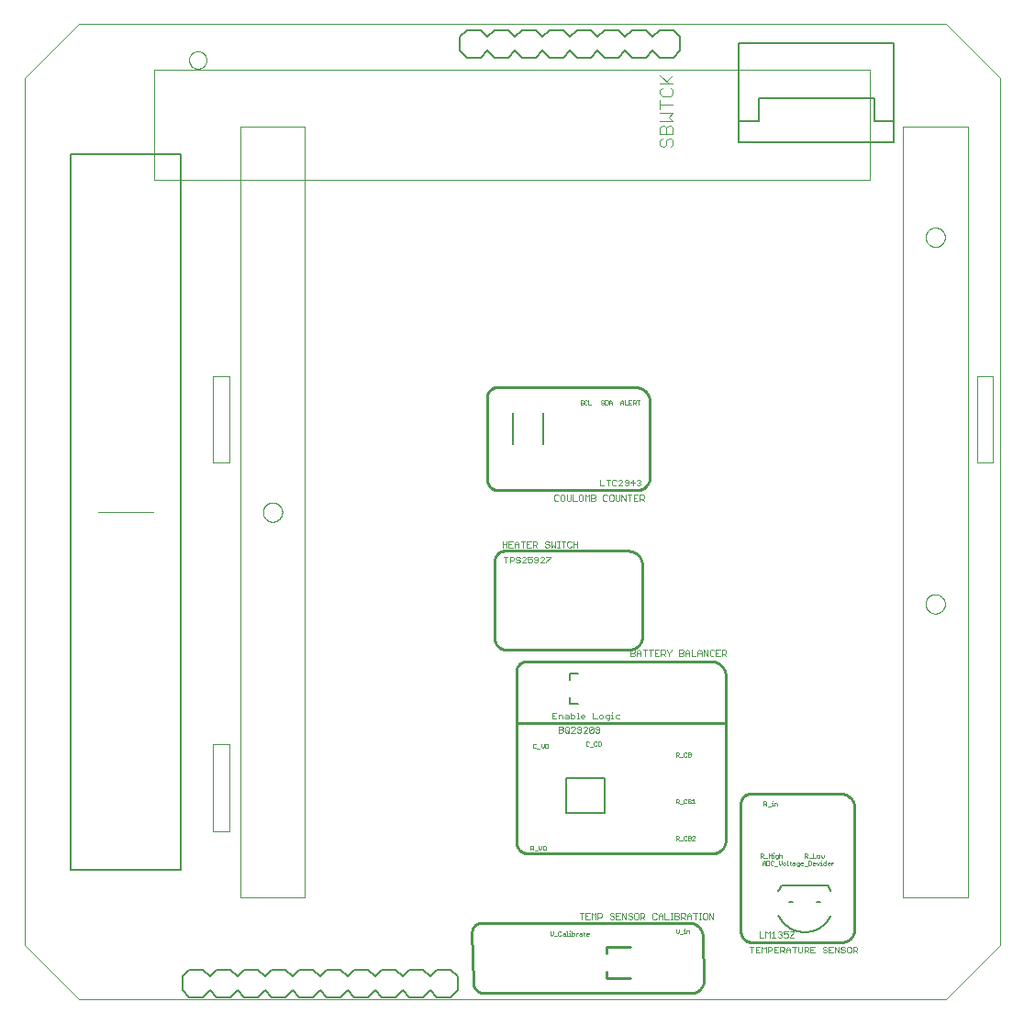
<source format=gto>
G75*
%MOIN*%
%OFA0B0*%
%FSLAX25Y25*%
%IPPOS*%
%LPD*%
%AMOC8*
5,1,8,0,0,1.08239X$1,22.5*
%
%ADD10C,0.00000*%
%ADD11C,0.01000*%
%ADD12C,0.00200*%
%ADD13C,0.00100*%
%ADD14C,0.00800*%
%ADD15C,0.00500*%
%ADD16C,0.00400*%
%ADD17C,0.00600*%
%ADD18C,0.00394*%
D10*
X0039902Y0020348D02*
X0020217Y0040033D01*
X0020217Y0354994D01*
X0039902Y0374679D01*
X0354862Y0374679D01*
X0374547Y0354994D01*
X0374547Y0040033D01*
X0354862Y0020348D01*
X0039902Y0020348D01*
X0046857Y0197489D02*
X0066857Y0197489D01*
X0067382Y0318025D02*
X0327382Y0318025D01*
X0327382Y0358025D01*
X0067382Y0358025D01*
X0067382Y0318025D01*
X0080059Y0361687D02*
X0080061Y0361799D01*
X0080067Y0361910D01*
X0080077Y0362022D01*
X0080091Y0362133D01*
X0080108Y0362243D01*
X0080130Y0362353D01*
X0080156Y0362462D01*
X0080185Y0362570D01*
X0080218Y0362676D01*
X0080255Y0362782D01*
X0080296Y0362886D01*
X0080341Y0362989D01*
X0080389Y0363090D01*
X0080440Y0363189D01*
X0080495Y0363286D01*
X0080554Y0363381D01*
X0080615Y0363475D01*
X0080680Y0363566D01*
X0080749Y0363654D01*
X0080820Y0363740D01*
X0080894Y0363824D01*
X0080972Y0363904D01*
X0081052Y0363982D01*
X0081135Y0364058D01*
X0081220Y0364130D01*
X0081308Y0364199D01*
X0081398Y0364265D01*
X0081491Y0364327D01*
X0081586Y0364387D01*
X0081683Y0364443D01*
X0081781Y0364495D01*
X0081882Y0364544D01*
X0081984Y0364589D01*
X0082088Y0364631D01*
X0082193Y0364669D01*
X0082300Y0364703D01*
X0082407Y0364733D01*
X0082516Y0364760D01*
X0082625Y0364782D01*
X0082736Y0364801D01*
X0082846Y0364816D01*
X0082958Y0364827D01*
X0083069Y0364834D01*
X0083181Y0364837D01*
X0083293Y0364836D01*
X0083405Y0364831D01*
X0083516Y0364822D01*
X0083627Y0364809D01*
X0083738Y0364792D01*
X0083848Y0364772D01*
X0083957Y0364747D01*
X0084065Y0364719D01*
X0084172Y0364686D01*
X0084278Y0364650D01*
X0084382Y0364610D01*
X0084485Y0364567D01*
X0084587Y0364520D01*
X0084686Y0364469D01*
X0084784Y0364415D01*
X0084880Y0364357D01*
X0084974Y0364296D01*
X0085065Y0364232D01*
X0085154Y0364165D01*
X0085241Y0364094D01*
X0085325Y0364020D01*
X0085407Y0363944D01*
X0085485Y0363864D01*
X0085561Y0363782D01*
X0085634Y0363697D01*
X0085704Y0363610D01*
X0085770Y0363520D01*
X0085834Y0363428D01*
X0085894Y0363334D01*
X0085951Y0363238D01*
X0086004Y0363139D01*
X0086054Y0363039D01*
X0086100Y0362938D01*
X0086143Y0362834D01*
X0086182Y0362729D01*
X0086217Y0362623D01*
X0086248Y0362516D01*
X0086276Y0362407D01*
X0086299Y0362298D01*
X0086319Y0362188D01*
X0086335Y0362077D01*
X0086347Y0361966D01*
X0086355Y0361855D01*
X0086359Y0361743D01*
X0086359Y0361631D01*
X0086355Y0361519D01*
X0086347Y0361408D01*
X0086335Y0361297D01*
X0086319Y0361186D01*
X0086299Y0361076D01*
X0086276Y0360967D01*
X0086248Y0360858D01*
X0086217Y0360751D01*
X0086182Y0360645D01*
X0086143Y0360540D01*
X0086100Y0360436D01*
X0086054Y0360335D01*
X0086004Y0360235D01*
X0085951Y0360136D01*
X0085894Y0360040D01*
X0085834Y0359946D01*
X0085770Y0359854D01*
X0085704Y0359764D01*
X0085634Y0359677D01*
X0085561Y0359592D01*
X0085485Y0359510D01*
X0085407Y0359430D01*
X0085325Y0359354D01*
X0085241Y0359280D01*
X0085154Y0359209D01*
X0085065Y0359142D01*
X0084974Y0359078D01*
X0084880Y0359017D01*
X0084784Y0358959D01*
X0084686Y0358905D01*
X0084587Y0358854D01*
X0084485Y0358807D01*
X0084382Y0358764D01*
X0084278Y0358724D01*
X0084172Y0358688D01*
X0084065Y0358655D01*
X0083957Y0358627D01*
X0083848Y0358602D01*
X0083738Y0358582D01*
X0083627Y0358565D01*
X0083516Y0358552D01*
X0083405Y0358543D01*
X0083293Y0358538D01*
X0083181Y0358537D01*
X0083069Y0358540D01*
X0082958Y0358547D01*
X0082846Y0358558D01*
X0082736Y0358573D01*
X0082625Y0358592D01*
X0082516Y0358614D01*
X0082407Y0358641D01*
X0082300Y0358671D01*
X0082193Y0358705D01*
X0082088Y0358743D01*
X0081984Y0358785D01*
X0081882Y0358830D01*
X0081781Y0358879D01*
X0081683Y0358931D01*
X0081586Y0358987D01*
X0081491Y0359047D01*
X0081398Y0359109D01*
X0081308Y0359175D01*
X0081220Y0359244D01*
X0081135Y0359316D01*
X0081052Y0359392D01*
X0080972Y0359470D01*
X0080894Y0359550D01*
X0080820Y0359634D01*
X0080749Y0359720D01*
X0080680Y0359808D01*
X0080615Y0359899D01*
X0080554Y0359993D01*
X0080495Y0360088D01*
X0080440Y0360185D01*
X0080389Y0360284D01*
X0080341Y0360385D01*
X0080296Y0360488D01*
X0080255Y0360592D01*
X0080218Y0360698D01*
X0080185Y0360804D01*
X0080156Y0360912D01*
X0080130Y0361021D01*
X0080108Y0361131D01*
X0080091Y0361241D01*
X0080077Y0361352D01*
X0080067Y0361464D01*
X0080061Y0361575D01*
X0080059Y0361687D01*
D11*
X0191870Y0242789D02*
X0242264Y0242789D01*
X0242405Y0242787D01*
X0242546Y0242781D01*
X0242687Y0242772D01*
X0242827Y0242758D01*
X0242967Y0242740D01*
X0243106Y0242719D01*
X0243245Y0242694D01*
X0243383Y0242665D01*
X0243520Y0242632D01*
X0243657Y0242596D01*
X0243792Y0242556D01*
X0243926Y0242512D01*
X0244059Y0242464D01*
X0244190Y0242413D01*
X0244320Y0242358D01*
X0244448Y0242299D01*
X0244575Y0242238D01*
X0244700Y0242172D01*
X0244823Y0242103D01*
X0244944Y0242031D01*
X0245063Y0241956D01*
X0245180Y0241877D01*
X0245295Y0241795D01*
X0245408Y0241710D01*
X0245518Y0241622D01*
X0245625Y0241531D01*
X0245730Y0241436D01*
X0245833Y0241339D01*
X0245932Y0241240D01*
X0246029Y0241137D01*
X0246124Y0241032D01*
X0246215Y0240925D01*
X0246303Y0240815D01*
X0246388Y0240702D01*
X0246470Y0240587D01*
X0246549Y0240470D01*
X0246624Y0240351D01*
X0246696Y0240230D01*
X0246765Y0240107D01*
X0246831Y0239982D01*
X0246892Y0239855D01*
X0246951Y0239727D01*
X0247006Y0239597D01*
X0247057Y0239466D01*
X0247105Y0239333D01*
X0247149Y0239199D01*
X0247189Y0239064D01*
X0247225Y0238927D01*
X0247258Y0238790D01*
X0247287Y0238652D01*
X0247312Y0238513D01*
X0247333Y0238374D01*
X0247351Y0238234D01*
X0247365Y0238094D01*
X0247374Y0237953D01*
X0247380Y0237812D01*
X0247382Y0237671D01*
X0247382Y0210112D01*
X0247380Y0209977D01*
X0247374Y0209842D01*
X0247365Y0209708D01*
X0247351Y0209574D01*
X0247334Y0209440D01*
X0247313Y0209306D01*
X0247288Y0209174D01*
X0247259Y0209042D01*
X0247227Y0208911D01*
X0247191Y0208781D01*
X0247151Y0208652D01*
X0247107Y0208525D01*
X0247060Y0208398D01*
X0247009Y0208273D01*
X0246955Y0208150D01*
X0246897Y0208028D01*
X0246836Y0207907D01*
X0246771Y0207789D01*
X0246703Y0207673D01*
X0246632Y0207558D01*
X0246558Y0207446D01*
X0246480Y0207335D01*
X0246399Y0207227D01*
X0246315Y0207122D01*
X0246228Y0207018D01*
X0246138Y0206918D01*
X0246046Y0206820D01*
X0245950Y0206724D01*
X0245852Y0206632D01*
X0245752Y0206542D01*
X0245648Y0206455D01*
X0245543Y0206371D01*
X0245435Y0206290D01*
X0245324Y0206212D01*
X0245212Y0206138D01*
X0245097Y0206067D01*
X0244981Y0205999D01*
X0244863Y0205934D01*
X0244742Y0205873D01*
X0244620Y0205815D01*
X0244497Y0205761D01*
X0244372Y0205710D01*
X0244245Y0205663D01*
X0244118Y0205619D01*
X0243989Y0205579D01*
X0243859Y0205543D01*
X0243728Y0205511D01*
X0243596Y0205482D01*
X0243464Y0205457D01*
X0243330Y0205436D01*
X0243196Y0205419D01*
X0243062Y0205405D01*
X0242928Y0205396D01*
X0242793Y0205390D01*
X0242658Y0205388D01*
X0192264Y0205388D01*
X0192140Y0205390D01*
X0192017Y0205396D01*
X0191893Y0205405D01*
X0191771Y0205419D01*
X0191648Y0205436D01*
X0191526Y0205458D01*
X0191405Y0205483D01*
X0191285Y0205512D01*
X0191166Y0205544D01*
X0191047Y0205581D01*
X0190930Y0205621D01*
X0190815Y0205664D01*
X0190700Y0205712D01*
X0190588Y0205763D01*
X0190477Y0205817D01*
X0190367Y0205875D01*
X0190260Y0205936D01*
X0190154Y0206001D01*
X0190051Y0206069D01*
X0189950Y0206140D01*
X0189851Y0206214D01*
X0189754Y0206291D01*
X0189660Y0206372D01*
X0189569Y0206455D01*
X0189480Y0206541D01*
X0189394Y0206630D01*
X0189311Y0206721D01*
X0189230Y0206815D01*
X0189153Y0206912D01*
X0189079Y0207011D01*
X0189008Y0207112D01*
X0188940Y0207215D01*
X0188875Y0207321D01*
X0188814Y0207428D01*
X0188756Y0207538D01*
X0188702Y0207649D01*
X0188651Y0207761D01*
X0188603Y0207876D01*
X0188560Y0207991D01*
X0188520Y0208108D01*
X0188483Y0208227D01*
X0188451Y0208346D01*
X0188422Y0208466D01*
X0188397Y0208587D01*
X0188375Y0208709D01*
X0188358Y0208832D01*
X0188344Y0208954D01*
X0188335Y0209078D01*
X0188329Y0209201D01*
X0188327Y0209325D01*
X0188327Y0239246D01*
X0188329Y0239362D01*
X0188335Y0239478D01*
X0188344Y0239593D01*
X0188357Y0239708D01*
X0188374Y0239823D01*
X0188395Y0239937D01*
X0188420Y0240051D01*
X0188448Y0240163D01*
X0188480Y0240274D01*
X0188515Y0240385D01*
X0188554Y0240494D01*
X0188597Y0240602D01*
X0188643Y0240708D01*
X0188692Y0240813D01*
X0188745Y0240916D01*
X0188802Y0241018D01*
X0188861Y0241117D01*
X0188924Y0241214D01*
X0188990Y0241310D01*
X0189059Y0241403D01*
X0189131Y0241494D01*
X0189206Y0241582D01*
X0189284Y0241668D01*
X0189365Y0241751D01*
X0189448Y0241832D01*
X0189534Y0241910D01*
X0189622Y0241985D01*
X0189713Y0242057D01*
X0189806Y0242126D01*
X0189902Y0242192D01*
X0189999Y0242255D01*
X0190099Y0242314D01*
X0190200Y0242371D01*
X0190303Y0242424D01*
X0190408Y0242473D01*
X0190514Y0242519D01*
X0190622Y0242562D01*
X0190731Y0242601D01*
X0190842Y0242636D01*
X0190953Y0242668D01*
X0191065Y0242696D01*
X0191179Y0242721D01*
X0191293Y0242742D01*
X0191408Y0242759D01*
X0191523Y0242772D01*
X0191638Y0242781D01*
X0191754Y0242787D01*
X0191870Y0242789D01*
X0194626Y0183340D02*
X0239508Y0183340D01*
X0239649Y0183338D01*
X0239790Y0183332D01*
X0239931Y0183323D01*
X0240071Y0183309D01*
X0240211Y0183291D01*
X0240350Y0183270D01*
X0240489Y0183245D01*
X0240627Y0183216D01*
X0240764Y0183183D01*
X0240901Y0183147D01*
X0241036Y0183107D01*
X0241170Y0183063D01*
X0241303Y0183015D01*
X0241434Y0182964D01*
X0241564Y0182909D01*
X0241692Y0182850D01*
X0241819Y0182789D01*
X0241944Y0182723D01*
X0242067Y0182654D01*
X0242188Y0182582D01*
X0242307Y0182507D01*
X0242424Y0182428D01*
X0242539Y0182346D01*
X0242652Y0182261D01*
X0242762Y0182173D01*
X0242869Y0182082D01*
X0242974Y0181987D01*
X0243077Y0181890D01*
X0243176Y0181791D01*
X0243273Y0181688D01*
X0243368Y0181583D01*
X0243459Y0181476D01*
X0243547Y0181366D01*
X0243632Y0181253D01*
X0243714Y0181138D01*
X0243793Y0181021D01*
X0243868Y0180902D01*
X0243940Y0180781D01*
X0244009Y0180658D01*
X0244075Y0180533D01*
X0244136Y0180406D01*
X0244195Y0180278D01*
X0244250Y0180148D01*
X0244301Y0180017D01*
X0244349Y0179884D01*
X0244393Y0179750D01*
X0244433Y0179615D01*
X0244469Y0179478D01*
X0244502Y0179341D01*
X0244531Y0179203D01*
X0244556Y0179064D01*
X0244577Y0178925D01*
X0244595Y0178785D01*
X0244609Y0178645D01*
X0244618Y0178504D01*
X0244624Y0178363D01*
X0244626Y0178222D01*
X0244626Y0152238D01*
X0244624Y0152103D01*
X0244618Y0151968D01*
X0244609Y0151834D01*
X0244595Y0151700D01*
X0244578Y0151566D01*
X0244557Y0151432D01*
X0244532Y0151300D01*
X0244503Y0151168D01*
X0244471Y0151037D01*
X0244435Y0150907D01*
X0244395Y0150778D01*
X0244351Y0150651D01*
X0244304Y0150524D01*
X0244253Y0150399D01*
X0244199Y0150276D01*
X0244141Y0150154D01*
X0244080Y0150033D01*
X0244015Y0149915D01*
X0243947Y0149799D01*
X0243876Y0149684D01*
X0243802Y0149572D01*
X0243724Y0149461D01*
X0243643Y0149353D01*
X0243559Y0149248D01*
X0243472Y0149144D01*
X0243382Y0149044D01*
X0243290Y0148946D01*
X0243194Y0148850D01*
X0243096Y0148758D01*
X0242996Y0148668D01*
X0242892Y0148581D01*
X0242787Y0148497D01*
X0242679Y0148416D01*
X0242568Y0148338D01*
X0242456Y0148264D01*
X0242341Y0148193D01*
X0242225Y0148125D01*
X0242107Y0148060D01*
X0241986Y0147999D01*
X0241864Y0147941D01*
X0241741Y0147887D01*
X0241616Y0147836D01*
X0241489Y0147789D01*
X0241362Y0147745D01*
X0241233Y0147705D01*
X0241103Y0147669D01*
X0240972Y0147637D01*
X0240840Y0147608D01*
X0240708Y0147583D01*
X0240574Y0147562D01*
X0240440Y0147545D01*
X0240306Y0147531D01*
X0240172Y0147522D01*
X0240037Y0147516D01*
X0239902Y0147514D01*
X0195020Y0147514D01*
X0194896Y0147516D01*
X0194773Y0147522D01*
X0194649Y0147531D01*
X0194527Y0147545D01*
X0194404Y0147562D01*
X0194282Y0147584D01*
X0194161Y0147609D01*
X0194041Y0147638D01*
X0193922Y0147670D01*
X0193803Y0147707D01*
X0193686Y0147747D01*
X0193571Y0147790D01*
X0193456Y0147838D01*
X0193344Y0147889D01*
X0193233Y0147943D01*
X0193123Y0148001D01*
X0193016Y0148062D01*
X0192910Y0148127D01*
X0192807Y0148195D01*
X0192706Y0148266D01*
X0192607Y0148340D01*
X0192510Y0148417D01*
X0192416Y0148498D01*
X0192325Y0148581D01*
X0192236Y0148667D01*
X0192150Y0148756D01*
X0192067Y0148847D01*
X0191986Y0148941D01*
X0191909Y0149038D01*
X0191835Y0149137D01*
X0191764Y0149238D01*
X0191696Y0149341D01*
X0191631Y0149447D01*
X0191570Y0149554D01*
X0191512Y0149664D01*
X0191458Y0149775D01*
X0191407Y0149887D01*
X0191359Y0150002D01*
X0191316Y0150117D01*
X0191276Y0150234D01*
X0191239Y0150353D01*
X0191207Y0150472D01*
X0191178Y0150592D01*
X0191153Y0150713D01*
X0191131Y0150835D01*
X0191114Y0150958D01*
X0191100Y0151080D01*
X0191091Y0151204D01*
X0191085Y0151327D01*
X0191083Y0151451D01*
X0191083Y0179797D01*
X0191085Y0179913D01*
X0191091Y0180029D01*
X0191100Y0180144D01*
X0191113Y0180259D01*
X0191130Y0180374D01*
X0191151Y0180488D01*
X0191176Y0180602D01*
X0191204Y0180714D01*
X0191236Y0180825D01*
X0191271Y0180936D01*
X0191310Y0181045D01*
X0191353Y0181153D01*
X0191399Y0181259D01*
X0191448Y0181364D01*
X0191501Y0181467D01*
X0191558Y0181569D01*
X0191617Y0181668D01*
X0191680Y0181765D01*
X0191746Y0181861D01*
X0191815Y0181954D01*
X0191887Y0182045D01*
X0191962Y0182133D01*
X0192040Y0182219D01*
X0192121Y0182302D01*
X0192204Y0182383D01*
X0192290Y0182461D01*
X0192378Y0182536D01*
X0192469Y0182608D01*
X0192562Y0182677D01*
X0192658Y0182743D01*
X0192755Y0182806D01*
X0192855Y0182865D01*
X0192956Y0182922D01*
X0193059Y0182975D01*
X0193164Y0183024D01*
X0193270Y0183070D01*
X0193378Y0183113D01*
X0193487Y0183152D01*
X0193598Y0183187D01*
X0193709Y0183219D01*
X0193821Y0183247D01*
X0193935Y0183272D01*
X0194049Y0183293D01*
X0194164Y0183310D01*
X0194279Y0183323D01*
X0194394Y0183332D01*
X0194510Y0183338D01*
X0194626Y0183340D01*
X0202500Y0143183D02*
X0269823Y0143183D01*
X0269964Y0143181D01*
X0270105Y0143175D01*
X0270246Y0143166D01*
X0270386Y0143152D01*
X0270526Y0143134D01*
X0270665Y0143113D01*
X0270804Y0143088D01*
X0270942Y0143059D01*
X0271079Y0143026D01*
X0271216Y0142990D01*
X0271351Y0142950D01*
X0271485Y0142906D01*
X0271618Y0142858D01*
X0271749Y0142807D01*
X0271879Y0142752D01*
X0272007Y0142693D01*
X0272134Y0142632D01*
X0272259Y0142566D01*
X0272382Y0142497D01*
X0272503Y0142425D01*
X0272622Y0142350D01*
X0272739Y0142271D01*
X0272854Y0142189D01*
X0272967Y0142104D01*
X0273077Y0142016D01*
X0273184Y0141925D01*
X0273289Y0141830D01*
X0273392Y0141733D01*
X0273491Y0141634D01*
X0273588Y0141531D01*
X0273683Y0141426D01*
X0273774Y0141319D01*
X0273862Y0141209D01*
X0273947Y0141096D01*
X0274029Y0140981D01*
X0274108Y0140864D01*
X0274183Y0140745D01*
X0274255Y0140624D01*
X0274324Y0140501D01*
X0274390Y0140376D01*
X0274451Y0140249D01*
X0274510Y0140121D01*
X0274565Y0139991D01*
X0274616Y0139860D01*
X0274664Y0139727D01*
X0274708Y0139593D01*
X0274748Y0139458D01*
X0274784Y0139321D01*
X0274817Y0139184D01*
X0274846Y0139046D01*
X0274871Y0138907D01*
X0274892Y0138768D01*
X0274910Y0138628D01*
X0274924Y0138488D01*
X0274933Y0138347D01*
X0274939Y0138206D01*
X0274941Y0138065D01*
X0274941Y0120742D01*
X0198957Y0120742D01*
X0198957Y0139640D01*
X0198959Y0139756D01*
X0198965Y0139872D01*
X0198974Y0139987D01*
X0198987Y0140102D01*
X0199004Y0140217D01*
X0199025Y0140331D01*
X0199050Y0140445D01*
X0199078Y0140557D01*
X0199110Y0140668D01*
X0199145Y0140779D01*
X0199184Y0140888D01*
X0199227Y0140996D01*
X0199273Y0141102D01*
X0199322Y0141207D01*
X0199375Y0141310D01*
X0199432Y0141412D01*
X0199491Y0141511D01*
X0199554Y0141608D01*
X0199620Y0141704D01*
X0199689Y0141797D01*
X0199761Y0141888D01*
X0199836Y0141976D01*
X0199914Y0142062D01*
X0199995Y0142145D01*
X0200078Y0142226D01*
X0200164Y0142304D01*
X0200252Y0142379D01*
X0200343Y0142451D01*
X0200436Y0142520D01*
X0200532Y0142586D01*
X0200629Y0142649D01*
X0200729Y0142708D01*
X0200830Y0142765D01*
X0200933Y0142818D01*
X0201038Y0142867D01*
X0201144Y0142913D01*
X0201252Y0142956D01*
X0201361Y0142995D01*
X0201472Y0143030D01*
X0201583Y0143062D01*
X0201695Y0143090D01*
X0201809Y0143115D01*
X0201923Y0143136D01*
X0202038Y0143153D01*
X0202153Y0143166D01*
X0202268Y0143175D01*
X0202384Y0143181D01*
X0202500Y0143183D01*
X0198957Y0120742D02*
X0198957Y0077435D01*
X0198959Y0077311D01*
X0198965Y0077188D01*
X0198974Y0077064D01*
X0198988Y0076942D01*
X0199005Y0076819D01*
X0199027Y0076697D01*
X0199052Y0076576D01*
X0199081Y0076456D01*
X0199113Y0076337D01*
X0199150Y0076218D01*
X0199190Y0076101D01*
X0199233Y0075986D01*
X0199281Y0075871D01*
X0199332Y0075759D01*
X0199386Y0075648D01*
X0199444Y0075538D01*
X0199505Y0075431D01*
X0199570Y0075325D01*
X0199638Y0075222D01*
X0199709Y0075121D01*
X0199783Y0075022D01*
X0199860Y0074925D01*
X0199941Y0074831D01*
X0200024Y0074740D01*
X0200110Y0074651D01*
X0200199Y0074565D01*
X0200290Y0074482D01*
X0200384Y0074401D01*
X0200481Y0074324D01*
X0200580Y0074250D01*
X0200681Y0074179D01*
X0200784Y0074111D01*
X0200890Y0074046D01*
X0200997Y0073985D01*
X0201107Y0073927D01*
X0201218Y0073873D01*
X0201330Y0073822D01*
X0201445Y0073774D01*
X0201560Y0073731D01*
X0201677Y0073691D01*
X0201796Y0073654D01*
X0201915Y0073622D01*
X0202035Y0073593D01*
X0202156Y0073568D01*
X0202278Y0073546D01*
X0202401Y0073529D01*
X0202523Y0073515D01*
X0202647Y0073506D01*
X0202770Y0073500D01*
X0202894Y0073498D01*
X0244232Y0073498D01*
X0244626Y0073498D02*
X0270217Y0073498D01*
X0270352Y0073500D01*
X0270487Y0073506D01*
X0270621Y0073515D01*
X0270755Y0073529D01*
X0270889Y0073546D01*
X0271023Y0073567D01*
X0271155Y0073592D01*
X0271287Y0073621D01*
X0271418Y0073653D01*
X0271548Y0073689D01*
X0271677Y0073729D01*
X0271804Y0073773D01*
X0271931Y0073820D01*
X0272056Y0073871D01*
X0272179Y0073925D01*
X0272301Y0073983D01*
X0272422Y0074044D01*
X0272540Y0074109D01*
X0272656Y0074177D01*
X0272771Y0074248D01*
X0272883Y0074322D01*
X0272994Y0074400D01*
X0273102Y0074481D01*
X0273207Y0074565D01*
X0273311Y0074652D01*
X0273411Y0074742D01*
X0273509Y0074834D01*
X0273605Y0074930D01*
X0273697Y0075028D01*
X0273787Y0075128D01*
X0273874Y0075232D01*
X0273958Y0075337D01*
X0274039Y0075445D01*
X0274117Y0075556D01*
X0274191Y0075668D01*
X0274262Y0075783D01*
X0274330Y0075899D01*
X0274395Y0076017D01*
X0274456Y0076138D01*
X0274514Y0076260D01*
X0274568Y0076383D01*
X0274619Y0076508D01*
X0274666Y0076635D01*
X0274710Y0076762D01*
X0274750Y0076891D01*
X0274786Y0077021D01*
X0274818Y0077152D01*
X0274847Y0077284D01*
X0274872Y0077416D01*
X0274893Y0077550D01*
X0274910Y0077684D01*
X0274924Y0077818D01*
X0274933Y0077952D01*
X0274939Y0078087D01*
X0274941Y0078222D01*
X0274941Y0120742D01*
X0283996Y0095151D02*
X0316673Y0095151D01*
X0316814Y0095149D01*
X0316955Y0095143D01*
X0317096Y0095134D01*
X0317236Y0095120D01*
X0317376Y0095102D01*
X0317515Y0095081D01*
X0317654Y0095056D01*
X0317792Y0095027D01*
X0317929Y0094994D01*
X0318066Y0094958D01*
X0318201Y0094918D01*
X0318335Y0094874D01*
X0318468Y0094826D01*
X0318599Y0094775D01*
X0318729Y0094720D01*
X0318857Y0094661D01*
X0318984Y0094600D01*
X0319109Y0094534D01*
X0319232Y0094465D01*
X0319353Y0094393D01*
X0319472Y0094318D01*
X0319589Y0094239D01*
X0319704Y0094157D01*
X0319817Y0094072D01*
X0319927Y0093984D01*
X0320034Y0093893D01*
X0320139Y0093798D01*
X0320242Y0093701D01*
X0320341Y0093602D01*
X0320438Y0093499D01*
X0320533Y0093394D01*
X0320624Y0093287D01*
X0320712Y0093177D01*
X0320797Y0093064D01*
X0320879Y0092949D01*
X0320958Y0092832D01*
X0321033Y0092713D01*
X0321105Y0092592D01*
X0321174Y0092469D01*
X0321240Y0092344D01*
X0321301Y0092217D01*
X0321360Y0092089D01*
X0321415Y0091959D01*
X0321466Y0091828D01*
X0321514Y0091695D01*
X0321558Y0091561D01*
X0321598Y0091426D01*
X0321634Y0091289D01*
X0321667Y0091152D01*
X0321696Y0091014D01*
X0321721Y0090875D01*
X0321742Y0090736D01*
X0321760Y0090596D01*
X0321774Y0090456D01*
X0321783Y0090315D01*
X0321789Y0090174D01*
X0321791Y0090033D01*
X0321791Y0045939D01*
X0321789Y0045804D01*
X0321783Y0045669D01*
X0321774Y0045535D01*
X0321760Y0045401D01*
X0321743Y0045267D01*
X0321722Y0045133D01*
X0321697Y0045001D01*
X0321668Y0044869D01*
X0321636Y0044738D01*
X0321600Y0044608D01*
X0321560Y0044479D01*
X0321516Y0044352D01*
X0321469Y0044225D01*
X0321418Y0044100D01*
X0321364Y0043977D01*
X0321306Y0043855D01*
X0321245Y0043734D01*
X0321180Y0043616D01*
X0321112Y0043500D01*
X0321041Y0043385D01*
X0320967Y0043273D01*
X0320889Y0043162D01*
X0320808Y0043054D01*
X0320724Y0042949D01*
X0320637Y0042845D01*
X0320547Y0042745D01*
X0320455Y0042647D01*
X0320359Y0042551D01*
X0320261Y0042459D01*
X0320161Y0042369D01*
X0320057Y0042282D01*
X0319952Y0042198D01*
X0319844Y0042117D01*
X0319733Y0042039D01*
X0319621Y0041965D01*
X0319506Y0041894D01*
X0319390Y0041826D01*
X0319272Y0041761D01*
X0319151Y0041700D01*
X0319029Y0041642D01*
X0318906Y0041588D01*
X0318781Y0041537D01*
X0318654Y0041490D01*
X0318527Y0041446D01*
X0318398Y0041406D01*
X0318268Y0041370D01*
X0318137Y0041338D01*
X0318005Y0041309D01*
X0317873Y0041284D01*
X0317739Y0041263D01*
X0317605Y0041246D01*
X0317471Y0041232D01*
X0317337Y0041223D01*
X0317202Y0041217D01*
X0317067Y0041215D01*
X0317067Y0041214D02*
X0284390Y0041214D01*
X0284266Y0041216D01*
X0284143Y0041222D01*
X0284019Y0041231D01*
X0283897Y0041245D01*
X0283774Y0041262D01*
X0283652Y0041284D01*
X0283531Y0041309D01*
X0283411Y0041338D01*
X0283292Y0041370D01*
X0283173Y0041407D01*
X0283056Y0041447D01*
X0282941Y0041490D01*
X0282826Y0041538D01*
X0282714Y0041589D01*
X0282603Y0041643D01*
X0282493Y0041701D01*
X0282386Y0041762D01*
X0282280Y0041827D01*
X0282177Y0041895D01*
X0282076Y0041966D01*
X0281977Y0042040D01*
X0281880Y0042117D01*
X0281786Y0042198D01*
X0281695Y0042281D01*
X0281606Y0042367D01*
X0281520Y0042456D01*
X0281437Y0042547D01*
X0281356Y0042641D01*
X0281279Y0042738D01*
X0281205Y0042837D01*
X0281134Y0042938D01*
X0281066Y0043041D01*
X0281001Y0043147D01*
X0280940Y0043254D01*
X0280882Y0043364D01*
X0280828Y0043475D01*
X0280777Y0043587D01*
X0280729Y0043702D01*
X0280686Y0043817D01*
X0280646Y0043934D01*
X0280609Y0044053D01*
X0280577Y0044172D01*
X0280548Y0044292D01*
X0280523Y0044413D01*
X0280501Y0044535D01*
X0280484Y0044658D01*
X0280470Y0044780D01*
X0280461Y0044904D01*
X0280455Y0045027D01*
X0280453Y0045151D01*
X0280453Y0091608D01*
X0280455Y0091724D01*
X0280461Y0091840D01*
X0280470Y0091955D01*
X0280483Y0092070D01*
X0280500Y0092185D01*
X0280521Y0092299D01*
X0280546Y0092413D01*
X0280574Y0092525D01*
X0280606Y0092636D01*
X0280641Y0092747D01*
X0280680Y0092856D01*
X0280723Y0092964D01*
X0280769Y0093070D01*
X0280818Y0093175D01*
X0280871Y0093278D01*
X0280928Y0093379D01*
X0280987Y0093479D01*
X0281050Y0093576D01*
X0281116Y0093672D01*
X0281185Y0093765D01*
X0281257Y0093856D01*
X0281332Y0093944D01*
X0281410Y0094030D01*
X0281491Y0094113D01*
X0281574Y0094194D01*
X0281660Y0094272D01*
X0281748Y0094347D01*
X0281839Y0094419D01*
X0281932Y0094488D01*
X0282028Y0094554D01*
X0282125Y0094617D01*
X0282225Y0094676D01*
X0282326Y0094733D01*
X0282429Y0094786D01*
X0282534Y0094835D01*
X0282640Y0094881D01*
X0282748Y0094924D01*
X0282857Y0094963D01*
X0282968Y0094998D01*
X0283079Y0095030D01*
X0283191Y0095058D01*
X0283305Y0095083D01*
X0283419Y0095104D01*
X0283534Y0095121D01*
X0283649Y0095134D01*
X0283764Y0095143D01*
X0283880Y0095149D01*
X0283996Y0095151D01*
X0261555Y0048301D02*
X0186358Y0048301D01*
X0186242Y0048299D01*
X0186126Y0048293D01*
X0186011Y0048284D01*
X0185896Y0048271D01*
X0185781Y0048254D01*
X0185667Y0048233D01*
X0185553Y0048208D01*
X0185441Y0048180D01*
X0185330Y0048148D01*
X0185219Y0048113D01*
X0185110Y0048074D01*
X0185002Y0048031D01*
X0184896Y0047985D01*
X0184791Y0047936D01*
X0184688Y0047883D01*
X0184587Y0047826D01*
X0184487Y0047767D01*
X0184390Y0047704D01*
X0184294Y0047638D01*
X0184201Y0047569D01*
X0184110Y0047497D01*
X0184022Y0047422D01*
X0183936Y0047344D01*
X0183853Y0047263D01*
X0183772Y0047180D01*
X0183694Y0047094D01*
X0183619Y0047006D01*
X0183547Y0046915D01*
X0183478Y0046822D01*
X0183412Y0046726D01*
X0183349Y0046629D01*
X0183290Y0046529D01*
X0183233Y0046428D01*
X0183180Y0046325D01*
X0183131Y0046220D01*
X0183085Y0046114D01*
X0183042Y0046006D01*
X0183003Y0045897D01*
X0182968Y0045786D01*
X0182936Y0045675D01*
X0182908Y0045563D01*
X0182883Y0045449D01*
X0182862Y0045335D01*
X0182845Y0045220D01*
X0182832Y0045105D01*
X0182823Y0044990D01*
X0182817Y0044874D01*
X0182815Y0044758D01*
X0183209Y0026647D01*
X0183211Y0026523D01*
X0183217Y0026400D01*
X0183226Y0026276D01*
X0183240Y0026154D01*
X0183257Y0026031D01*
X0183279Y0025909D01*
X0183304Y0025788D01*
X0183333Y0025668D01*
X0183365Y0025549D01*
X0183402Y0025430D01*
X0183442Y0025313D01*
X0183485Y0025198D01*
X0183533Y0025083D01*
X0183584Y0024971D01*
X0183638Y0024860D01*
X0183696Y0024750D01*
X0183757Y0024643D01*
X0183822Y0024537D01*
X0183890Y0024434D01*
X0183961Y0024333D01*
X0184035Y0024234D01*
X0184112Y0024137D01*
X0184193Y0024043D01*
X0184276Y0023952D01*
X0184362Y0023863D01*
X0184451Y0023777D01*
X0184542Y0023694D01*
X0184636Y0023613D01*
X0184733Y0023536D01*
X0184832Y0023462D01*
X0184933Y0023391D01*
X0185036Y0023323D01*
X0185142Y0023258D01*
X0185249Y0023197D01*
X0185359Y0023139D01*
X0185470Y0023085D01*
X0185582Y0023034D01*
X0185697Y0022986D01*
X0185812Y0022943D01*
X0185929Y0022903D01*
X0186048Y0022866D01*
X0186167Y0022834D01*
X0186287Y0022805D01*
X0186408Y0022780D01*
X0186530Y0022758D01*
X0186653Y0022741D01*
X0186775Y0022727D01*
X0186899Y0022718D01*
X0187022Y0022712D01*
X0187146Y0022710D01*
X0262343Y0022710D01*
X0262343Y0022711D02*
X0262478Y0022713D01*
X0262613Y0022719D01*
X0262747Y0022728D01*
X0262881Y0022742D01*
X0263015Y0022759D01*
X0263149Y0022780D01*
X0263281Y0022805D01*
X0263413Y0022834D01*
X0263544Y0022866D01*
X0263674Y0022902D01*
X0263803Y0022942D01*
X0263930Y0022986D01*
X0264057Y0023033D01*
X0264182Y0023084D01*
X0264305Y0023138D01*
X0264427Y0023196D01*
X0264548Y0023257D01*
X0264666Y0023322D01*
X0264782Y0023390D01*
X0264897Y0023461D01*
X0265009Y0023535D01*
X0265120Y0023613D01*
X0265228Y0023694D01*
X0265333Y0023778D01*
X0265437Y0023865D01*
X0265537Y0023955D01*
X0265635Y0024047D01*
X0265731Y0024143D01*
X0265823Y0024241D01*
X0265913Y0024341D01*
X0266000Y0024445D01*
X0266084Y0024550D01*
X0266165Y0024658D01*
X0266243Y0024769D01*
X0266317Y0024881D01*
X0266388Y0024996D01*
X0266456Y0025112D01*
X0266521Y0025230D01*
X0266582Y0025351D01*
X0266640Y0025473D01*
X0266694Y0025596D01*
X0266745Y0025721D01*
X0266792Y0025848D01*
X0266836Y0025975D01*
X0266876Y0026104D01*
X0266912Y0026234D01*
X0266944Y0026365D01*
X0266973Y0026497D01*
X0266998Y0026629D01*
X0267019Y0026763D01*
X0267036Y0026897D01*
X0267050Y0027031D01*
X0267059Y0027165D01*
X0267065Y0027300D01*
X0267067Y0027435D01*
X0266673Y0043183D01*
X0266671Y0043324D01*
X0266665Y0043465D01*
X0266656Y0043606D01*
X0266642Y0043746D01*
X0266624Y0043886D01*
X0266603Y0044025D01*
X0266578Y0044164D01*
X0266549Y0044302D01*
X0266516Y0044439D01*
X0266480Y0044576D01*
X0266440Y0044711D01*
X0266396Y0044845D01*
X0266348Y0044978D01*
X0266297Y0045109D01*
X0266242Y0045239D01*
X0266183Y0045367D01*
X0266122Y0045494D01*
X0266056Y0045619D01*
X0265987Y0045742D01*
X0265915Y0045863D01*
X0265840Y0045982D01*
X0265761Y0046099D01*
X0265679Y0046214D01*
X0265594Y0046327D01*
X0265506Y0046437D01*
X0265415Y0046544D01*
X0265320Y0046649D01*
X0265223Y0046752D01*
X0265124Y0046851D01*
X0265021Y0046948D01*
X0264916Y0047043D01*
X0264809Y0047134D01*
X0264699Y0047222D01*
X0264586Y0047307D01*
X0264471Y0047389D01*
X0264354Y0047468D01*
X0264235Y0047543D01*
X0264114Y0047615D01*
X0263991Y0047684D01*
X0263866Y0047750D01*
X0263739Y0047811D01*
X0263611Y0047870D01*
X0263481Y0047925D01*
X0263350Y0047976D01*
X0263217Y0048024D01*
X0263083Y0048068D01*
X0262948Y0048108D01*
X0262811Y0048144D01*
X0262674Y0048177D01*
X0262536Y0048206D01*
X0262397Y0048231D01*
X0262258Y0048252D01*
X0262118Y0048270D01*
X0261978Y0048284D01*
X0261837Y0048293D01*
X0261696Y0048299D01*
X0261555Y0048301D01*
X0240295Y0039640D02*
X0231831Y0039640D01*
X0231831Y0037277D01*
X0231831Y0030584D02*
X0231831Y0028222D01*
X0240295Y0028222D01*
D12*
X0239937Y0049582D02*
X0239570Y0049949D01*
X0239937Y0049582D02*
X0240671Y0049582D01*
X0241038Y0049949D01*
X0241038Y0050316D01*
X0240671Y0050683D01*
X0239937Y0050683D01*
X0239570Y0051050D01*
X0239570Y0051417D01*
X0239937Y0051784D01*
X0240671Y0051784D01*
X0241038Y0051417D01*
X0241780Y0051417D02*
X0241780Y0049949D01*
X0242147Y0049582D01*
X0242881Y0049582D01*
X0243248Y0049949D01*
X0243248Y0051417D01*
X0242881Y0051784D01*
X0242147Y0051784D01*
X0241780Y0051417D01*
X0243990Y0051784D02*
X0245091Y0051784D01*
X0245458Y0051417D01*
X0245458Y0050683D01*
X0245091Y0050316D01*
X0243990Y0050316D01*
X0243990Y0049582D02*
X0243990Y0051784D01*
X0244724Y0050316D02*
X0245458Y0049582D01*
X0248410Y0049949D02*
X0248410Y0051417D01*
X0248777Y0051784D01*
X0249511Y0051784D01*
X0249878Y0051417D01*
X0250620Y0051050D02*
X0251354Y0051784D01*
X0252088Y0051050D01*
X0252088Y0049582D01*
X0252830Y0049582D02*
X0252830Y0051784D01*
X0252088Y0050683D02*
X0250620Y0050683D01*
X0250620Y0051050D02*
X0250620Y0049582D01*
X0249878Y0049949D02*
X0249511Y0049582D01*
X0248777Y0049582D01*
X0248410Y0049949D01*
X0252830Y0049582D02*
X0254298Y0049582D01*
X0255040Y0049582D02*
X0255774Y0049582D01*
X0255407Y0049582D02*
X0255407Y0051784D01*
X0255040Y0051784D02*
X0255774Y0051784D01*
X0256513Y0051784D02*
X0256513Y0049582D01*
X0257614Y0049582D01*
X0257981Y0049949D01*
X0257981Y0050316D01*
X0257614Y0050683D01*
X0256513Y0050683D01*
X0257614Y0050683D02*
X0257981Y0051050D01*
X0257981Y0051417D01*
X0257614Y0051784D01*
X0256513Y0051784D01*
X0258723Y0051784D02*
X0259824Y0051784D01*
X0260191Y0051417D01*
X0260191Y0050683D01*
X0259824Y0050316D01*
X0258723Y0050316D01*
X0259457Y0050316D02*
X0260191Y0049582D01*
X0260933Y0049582D02*
X0260933Y0051050D01*
X0261667Y0051784D01*
X0262401Y0051050D01*
X0262401Y0049582D01*
X0262401Y0050683D02*
X0260933Y0050683D01*
X0263143Y0051784D02*
X0264610Y0051784D01*
X0263876Y0051784D02*
X0263876Y0049582D01*
X0265352Y0049582D02*
X0266086Y0049582D01*
X0265719Y0049582D02*
X0265719Y0051784D01*
X0265352Y0051784D02*
X0266086Y0051784D01*
X0266826Y0051417D02*
X0266826Y0049949D01*
X0267193Y0049582D01*
X0267927Y0049582D01*
X0268294Y0049949D01*
X0268294Y0051417D01*
X0267927Y0051784D01*
X0267193Y0051784D01*
X0266826Y0051417D01*
X0269036Y0051784D02*
X0270503Y0049582D01*
X0270503Y0051784D01*
X0269036Y0051784D02*
X0269036Y0049582D01*
X0258723Y0049582D02*
X0258723Y0051784D01*
X0238829Y0051784D02*
X0238829Y0049582D01*
X0237361Y0051784D01*
X0237361Y0049582D01*
X0236619Y0049582D02*
X0235151Y0049582D01*
X0235151Y0051784D01*
X0236619Y0051784D01*
X0235885Y0050683D02*
X0235151Y0050683D01*
X0234409Y0050316D02*
X0234409Y0049949D01*
X0234042Y0049582D01*
X0233308Y0049582D01*
X0232941Y0049949D01*
X0233308Y0050683D02*
X0234042Y0050683D01*
X0234409Y0050316D01*
X0234409Y0051417D02*
X0234042Y0051784D01*
X0233308Y0051784D01*
X0232941Y0051417D01*
X0232941Y0051050D01*
X0233308Y0050683D01*
X0229989Y0050683D02*
X0229622Y0050316D01*
X0228521Y0050316D01*
X0228521Y0049582D02*
X0228521Y0051784D01*
X0229622Y0051784D01*
X0229989Y0051417D01*
X0229989Y0050683D01*
X0227779Y0051784D02*
X0227779Y0049582D01*
X0226311Y0049582D02*
X0226311Y0051784D01*
X0227045Y0051050D01*
X0227779Y0051784D01*
X0225569Y0051784D02*
X0224101Y0051784D01*
X0224101Y0049582D01*
X0225569Y0049582D01*
X0224835Y0050683D02*
X0224101Y0050683D01*
X0223359Y0051784D02*
X0221891Y0051784D01*
X0222625Y0051784D02*
X0222625Y0049582D01*
X0283702Y0039579D02*
X0285170Y0039579D01*
X0284436Y0039579D02*
X0284436Y0037377D01*
X0285912Y0037377D02*
X0287380Y0037377D01*
X0288122Y0037377D02*
X0288122Y0039579D01*
X0288856Y0038845D01*
X0289590Y0039579D01*
X0289590Y0037377D01*
X0290332Y0037377D02*
X0290332Y0039579D01*
X0291433Y0039579D01*
X0291800Y0039212D01*
X0291800Y0038478D01*
X0291433Y0038111D01*
X0290332Y0038111D01*
X0292542Y0038478D02*
X0293276Y0038478D01*
X0292542Y0037377D02*
X0294010Y0037377D01*
X0294752Y0037377D02*
X0294752Y0039579D01*
X0295853Y0039579D01*
X0296220Y0039212D01*
X0296220Y0038478D01*
X0295853Y0038111D01*
X0294752Y0038111D01*
X0295486Y0038111D02*
X0296220Y0037377D01*
X0296962Y0037377D02*
X0296962Y0038845D01*
X0297696Y0039579D01*
X0298430Y0038845D01*
X0298430Y0037377D01*
X0298430Y0038478D02*
X0296962Y0038478D01*
X0299172Y0039579D02*
X0300640Y0039579D01*
X0299906Y0039579D02*
X0299906Y0037377D01*
X0301382Y0037744D02*
X0301382Y0039579D01*
X0302849Y0039579D02*
X0302849Y0037744D01*
X0302482Y0037377D01*
X0301748Y0037377D01*
X0301382Y0037744D01*
X0303591Y0037377D02*
X0303591Y0039579D01*
X0304692Y0039579D01*
X0305059Y0039212D01*
X0305059Y0038478D01*
X0304692Y0038111D01*
X0303591Y0038111D01*
X0304325Y0038111D02*
X0305059Y0037377D01*
X0305801Y0037377D02*
X0307269Y0037377D01*
X0306535Y0038478D02*
X0305801Y0038478D01*
X0305801Y0039579D02*
X0305801Y0037377D01*
X0305801Y0039579D02*
X0307269Y0039579D01*
X0310221Y0039212D02*
X0310221Y0038845D01*
X0310588Y0038478D01*
X0311322Y0038478D01*
X0311689Y0038111D01*
X0311689Y0037744D01*
X0311322Y0037377D01*
X0310588Y0037377D01*
X0310221Y0037744D01*
X0310221Y0039212D02*
X0310588Y0039579D01*
X0311322Y0039579D01*
X0311689Y0039212D01*
X0312431Y0039579D02*
X0312431Y0037377D01*
X0313899Y0037377D01*
X0314641Y0037377D02*
X0314641Y0039579D01*
X0316109Y0037377D01*
X0316109Y0039579D01*
X0316851Y0039212D02*
X0316851Y0038845D01*
X0317218Y0038478D01*
X0317952Y0038478D01*
X0318319Y0038111D01*
X0318319Y0037744D01*
X0317952Y0037377D01*
X0317218Y0037377D01*
X0316851Y0037744D01*
X0316851Y0039212D02*
X0317218Y0039579D01*
X0317952Y0039579D01*
X0318319Y0039212D01*
X0319061Y0039212D02*
X0319061Y0037744D01*
X0319428Y0037377D01*
X0320161Y0037377D01*
X0320528Y0037744D01*
X0320528Y0039212D01*
X0320161Y0039579D01*
X0319428Y0039579D01*
X0319061Y0039212D01*
X0321270Y0039579D02*
X0321270Y0037377D01*
X0321270Y0038111D02*
X0322371Y0038111D01*
X0322738Y0038478D01*
X0322738Y0039212D01*
X0322371Y0039579D01*
X0321270Y0039579D01*
X0322004Y0038111D02*
X0322738Y0037377D01*
X0313899Y0039579D02*
X0312431Y0039579D01*
X0312431Y0038478D02*
X0313165Y0038478D01*
X0299763Y0042889D02*
X0298295Y0042889D01*
X0298295Y0043256D01*
X0299763Y0044724D01*
X0299763Y0045091D01*
X0298295Y0045091D01*
X0297553Y0045091D02*
X0296085Y0045091D01*
X0296085Y0043990D01*
X0296819Y0044357D01*
X0297186Y0044357D01*
X0297553Y0043990D01*
X0297553Y0043256D01*
X0297186Y0042889D01*
X0296452Y0042889D01*
X0296085Y0043256D01*
X0295343Y0043256D02*
X0294976Y0042889D01*
X0294242Y0042889D01*
X0293875Y0043256D01*
X0293133Y0042889D02*
X0291666Y0042889D01*
X0292399Y0042889D02*
X0292399Y0045091D01*
X0291666Y0044357D01*
X0290924Y0045091D02*
X0290924Y0042889D01*
X0289456Y0042889D02*
X0289456Y0045091D01*
X0290190Y0044357D01*
X0290924Y0045091D01*
X0293875Y0044724D02*
X0294242Y0045091D01*
X0294976Y0045091D01*
X0295343Y0044724D01*
X0295343Y0044357D01*
X0294976Y0043990D01*
X0295343Y0043623D01*
X0295343Y0043256D01*
X0294976Y0043990D02*
X0294609Y0043990D01*
X0294010Y0039579D02*
X0292542Y0039579D01*
X0292542Y0037377D01*
X0287380Y0039579D02*
X0285912Y0039579D01*
X0285912Y0037377D01*
X0285912Y0038478D02*
X0286646Y0038478D01*
X0287246Y0042889D02*
X0288714Y0042889D01*
X0287246Y0042889D02*
X0287246Y0045091D01*
X0228771Y0117299D02*
X0229138Y0117666D01*
X0229138Y0119134D01*
X0228771Y0119500D01*
X0228037Y0119500D01*
X0227670Y0119134D01*
X0227670Y0118767D01*
X0228037Y0118400D01*
X0229138Y0118400D01*
X0228771Y0117299D02*
X0228037Y0117299D01*
X0227670Y0117666D01*
X0226928Y0117666D02*
X0226561Y0117299D01*
X0225828Y0117299D01*
X0225461Y0117666D01*
X0226928Y0119134D01*
X0226928Y0117666D01*
X0225461Y0117666D02*
X0225461Y0119134D01*
X0225828Y0119500D01*
X0226561Y0119500D01*
X0226928Y0119134D01*
X0224719Y0119134D02*
X0224352Y0119500D01*
X0223618Y0119500D01*
X0223251Y0119134D01*
X0222509Y0119134D02*
X0222142Y0119500D01*
X0221408Y0119500D01*
X0221041Y0119134D01*
X0221041Y0118767D01*
X0221408Y0118400D01*
X0222509Y0118400D01*
X0222509Y0117666D02*
X0222509Y0119134D01*
X0222509Y0117666D02*
X0222142Y0117299D01*
X0221408Y0117299D01*
X0221041Y0117666D01*
X0220299Y0117299D02*
X0218831Y0117299D01*
X0220299Y0118767D01*
X0220299Y0119134D01*
X0219932Y0119500D01*
X0219198Y0119500D01*
X0218831Y0119134D01*
X0218089Y0119134D02*
X0217722Y0119500D01*
X0216988Y0119500D01*
X0216621Y0119134D01*
X0216621Y0117666D01*
X0216988Y0117299D01*
X0217722Y0117299D01*
X0218089Y0117666D01*
X0218089Y0119134D01*
X0217355Y0118033D02*
X0218089Y0117299D01*
X0215879Y0117666D02*
X0215512Y0117299D01*
X0214411Y0117299D01*
X0214411Y0119500D01*
X0215512Y0119500D01*
X0215879Y0119134D01*
X0215879Y0118767D01*
X0215512Y0118400D01*
X0214411Y0118400D01*
X0215512Y0118400D02*
X0215879Y0118033D01*
X0215879Y0117666D01*
X0215727Y0122417D02*
X0215727Y0123518D01*
X0215360Y0123885D01*
X0214259Y0123885D01*
X0214259Y0122417D01*
X0213517Y0122417D02*
X0212049Y0122417D01*
X0212049Y0124619D01*
X0213517Y0124619D01*
X0212783Y0123518D02*
X0212049Y0123518D01*
X0216469Y0122784D02*
X0216836Y0123151D01*
X0217937Y0123151D01*
X0217937Y0123518D02*
X0217937Y0122417D01*
X0216836Y0122417D01*
X0216469Y0122784D01*
X0216836Y0123885D02*
X0217570Y0123885D01*
X0217937Y0123518D01*
X0218679Y0123885D02*
X0219780Y0123885D01*
X0220146Y0123518D01*
X0220146Y0122784D01*
X0219780Y0122417D01*
X0218679Y0122417D01*
X0218679Y0124619D01*
X0220888Y0124619D02*
X0221255Y0124619D01*
X0221255Y0122417D01*
X0220888Y0122417D02*
X0221622Y0122417D01*
X0222362Y0122784D02*
X0222362Y0123518D01*
X0222729Y0123885D01*
X0223463Y0123885D01*
X0223830Y0123518D01*
X0223830Y0123151D01*
X0222362Y0123151D01*
X0222362Y0122784D02*
X0222729Y0122417D01*
X0223463Y0122417D01*
X0226781Y0122417D02*
X0226781Y0124619D01*
X0226781Y0122417D02*
X0228249Y0122417D01*
X0228991Y0122784D02*
X0229358Y0122417D01*
X0230092Y0122417D01*
X0230459Y0122784D01*
X0230459Y0123518D01*
X0230092Y0123885D01*
X0229358Y0123885D01*
X0228991Y0123518D01*
X0228991Y0122784D01*
X0231201Y0122784D02*
X0231201Y0123518D01*
X0231568Y0123885D01*
X0232669Y0123885D01*
X0232669Y0122050D01*
X0232302Y0121683D01*
X0231935Y0121683D01*
X0231568Y0122417D02*
X0232669Y0122417D01*
X0233411Y0122417D02*
X0234145Y0122417D01*
X0233778Y0122417D02*
X0233778Y0123885D01*
X0233411Y0123885D01*
X0233778Y0124619D02*
X0233778Y0124986D01*
X0234884Y0123518D02*
X0234884Y0122784D01*
X0235251Y0122417D01*
X0236352Y0122417D01*
X0236352Y0123885D02*
X0235251Y0123885D01*
X0234884Y0123518D01*
X0231568Y0122417D02*
X0231201Y0122784D01*
X0224719Y0119134D02*
X0224719Y0118767D01*
X0223251Y0117299D01*
X0224719Y0117299D01*
X0240470Y0145214D02*
X0241571Y0145214D01*
X0241938Y0145581D01*
X0241938Y0145948D01*
X0241571Y0146315D01*
X0240470Y0146315D01*
X0240470Y0147415D02*
X0240470Y0145214D01*
X0241571Y0146315D02*
X0241938Y0146681D01*
X0241938Y0147048D01*
X0241571Y0147415D01*
X0240470Y0147415D01*
X0242680Y0146681D02*
X0242680Y0145214D01*
X0242680Y0146315D02*
X0244148Y0146315D01*
X0244148Y0146681D02*
X0244148Y0145214D01*
X0244148Y0146681D02*
X0243414Y0147415D01*
X0242680Y0146681D01*
X0244890Y0147415D02*
X0246358Y0147415D01*
X0245624Y0147415D02*
X0245624Y0145214D01*
X0247834Y0145214D02*
X0247834Y0147415D01*
X0247100Y0147415D02*
X0248568Y0147415D01*
X0249310Y0147415D02*
X0249310Y0145214D01*
X0250778Y0145214D01*
X0251520Y0145214D02*
X0251520Y0147415D01*
X0252621Y0147415D01*
X0252988Y0147048D01*
X0252988Y0146315D01*
X0252621Y0145948D01*
X0251520Y0145948D01*
X0252254Y0145948D02*
X0252988Y0145214D01*
X0254463Y0145214D02*
X0254463Y0146315D01*
X0255197Y0147048D01*
X0255197Y0147415D01*
X0254463Y0146315D02*
X0253730Y0147048D01*
X0253730Y0147415D01*
X0250778Y0147415D02*
X0249310Y0147415D01*
X0249310Y0146315D02*
X0250044Y0146315D01*
X0258149Y0146315D02*
X0259250Y0146315D01*
X0259617Y0145948D01*
X0259617Y0145581D01*
X0259250Y0145214D01*
X0258149Y0145214D01*
X0258149Y0147415D01*
X0259250Y0147415D01*
X0259617Y0147048D01*
X0259617Y0146681D01*
X0259250Y0146315D01*
X0260359Y0146315D02*
X0261827Y0146315D01*
X0261827Y0146681D02*
X0261827Y0145214D01*
X0262569Y0145214D02*
X0264037Y0145214D01*
X0264779Y0145214D02*
X0264779Y0146681D01*
X0265513Y0147415D01*
X0266247Y0146681D01*
X0266247Y0145214D01*
X0266989Y0145214D02*
X0266989Y0147415D01*
X0268457Y0145214D01*
X0268457Y0147415D01*
X0269199Y0147048D02*
X0269199Y0145581D01*
X0269566Y0145214D01*
X0270300Y0145214D01*
X0270667Y0145581D01*
X0271409Y0145214D02*
X0271409Y0147415D01*
X0272876Y0147415D01*
X0273618Y0147415D02*
X0274719Y0147415D01*
X0275086Y0147048D01*
X0275086Y0146315D01*
X0274719Y0145948D01*
X0273618Y0145948D01*
X0274352Y0145948D02*
X0275086Y0145214D01*
X0273618Y0145214D02*
X0273618Y0147415D01*
X0272143Y0146315D02*
X0271409Y0146315D01*
X0270667Y0147048D02*
X0270300Y0147415D01*
X0269566Y0147415D01*
X0269199Y0147048D01*
X0271409Y0145214D02*
X0272876Y0145214D01*
X0266247Y0146315D02*
X0264779Y0146315D01*
X0262569Y0147415D02*
X0262569Y0145214D01*
X0261827Y0146681D02*
X0261093Y0147415D01*
X0260359Y0146681D01*
X0260359Y0145214D01*
X0221189Y0184621D02*
X0221189Y0186823D01*
X0221189Y0185722D02*
X0219721Y0185722D01*
X0218979Y0184988D02*
X0218612Y0184621D01*
X0217878Y0184621D01*
X0217511Y0184988D01*
X0217511Y0186456D01*
X0217878Y0186823D01*
X0218612Y0186823D01*
X0218979Y0186456D01*
X0219721Y0186823D02*
X0219721Y0184621D01*
X0216769Y0186823D02*
X0215301Y0186823D01*
X0216035Y0186823D02*
X0216035Y0184621D01*
X0214562Y0184621D02*
X0213828Y0184621D01*
X0214195Y0184621D02*
X0214195Y0186823D01*
X0213828Y0186823D02*
X0214562Y0186823D01*
X0213086Y0186823D02*
X0213086Y0184621D01*
X0212352Y0185355D01*
X0211618Y0184621D01*
X0211618Y0186823D01*
X0210876Y0186456D02*
X0210509Y0186823D01*
X0209775Y0186823D01*
X0209408Y0186456D01*
X0209408Y0186089D01*
X0209775Y0185722D01*
X0210509Y0185722D01*
X0210876Y0185355D01*
X0210876Y0184988D01*
X0210509Y0184621D01*
X0209775Y0184621D01*
X0209408Y0184988D01*
X0206456Y0184621D02*
X0205722Y0185355D01*
X0206089Y0185355D02*
X0204988Y0185355D01*
X0204988Y0184621D02*
X0204988Y0186823D01*
X0206089Y0186823D01*
X0206456Y0186456D01*
X0206456Y0185722D01*
X0206089Y0185355D01*
X0204246Y0184621D02*
X0202778Y0184621D01*
X0202778Y0186823D01*
X0204246Y0186823D01*
X0203512Y0185722D02*
X0202778Y0185722D01*
X0202036Y0186823D02*
X0200568Y0186823D01*
X0201302Y0186823D02*
X0201302Y0184621D01*
X0199826Y0184621D02*
X0199826Y0186089D01*
X0199092Y0186823D01*
X0198358Y0186089D01*
X0198358Y0184621D01*
X0197616Y0184621D02*
X0196149Y0184621D01*
X0196149Y0186823D01*
X0197616Y0186823D01*
X0196883Y0185722D02*
X0196149Y0185722D01*
X0195407Y0185722D02*
X0193939Y0185722D01*
X0193939Y0184621D02*
X0193939Y0186823D01*
X0195407Y0186823D02*
X0195407Y0184621D01*
X0198358Y0185722D02*
X0199826Y0185722D01*
X0199853Y0181312D02*
X0199119Y0181312D01*
X0198752Y0180945D01*
X0198752Y0180578D01*
X0199119Y0180211D01*
X0199853Y0180211D01*
X0200220Y0179844D01*
X0200220Y0179477D01*
X0199853Y0179110D01*
X0199119Y0179110D01*
X0198752Y0179477D01*
X0198010Y0180211D02*
X0197643Y0179844D01*
X0196542Y0179844D01*
X0196542Y0179110D02*
X0196542Y0181312D01*
X0197643Y0181312D01*
X0198010Y0180945D01*
X0198010Y0180211D01*
X0199853Y0181312D02*
X0200220Y0180945D01*
X0200962Y0180945D02*
X0201329Y0181312D01*
X0202063Y0181312D01*
X0202430Y0180945D01*
X0202430Y0180578D01*
X0200962Y0179110D01*
X0202430Y0179110D01*
X0203172Y0179477D02*
X0203539Y0179110D01*
X0204273Y0179110D01*
X0204640Y0179477D01*
X0204640Y0180211D01*
X0204273Y0180578D01*
X0203906Y0180578D01*
X0203172Y0180211D01*
X0203172Y0181312D01*
X0204640Y0181312D01*
X0205382Y0180945D02*
X0205749Y0181312D01*
X0206483Y0181312D01*
X0206850Y0180945D01*
X0206850Y0179477D01*
X0206483Y0179110D01*
X0205749Y0179110D01*
X0205382Y0179477D01*
X0205749Y0180211D02*
X0206850Y0180211D01*
X0207592Y0180945D02*
X0207959Y0181312D01*
X0208693Y0181312D01*
X0209060Y0180945D01*
X0209060Y0180578D01*
X0207592Y0179110D01*
X0209060Y0179110D01*
X0209802Y0179110D02*
X0209802Y0179477D01*
X0211269Y0180945D01*
X0211269Y0181312D01*
X0209802Y0181312D01*
X0205749Y0180211D02*
X0205382Y0180578D01*
X0205382Y0180945D01*
X0195800Y0181312D02*
X0194332Y0181312D01*
X0195066Y0181312D02*
X0195066Y0179110D01*
X0213203Y0201551D02*
X0213937Y0201551D01*
X0214304Y0201918D01*
X0215046Y0201918D02*
X0215413Y0201551D01*
X0216147Y0201551D01*
X0216514Y0201918D01*
X0216514Y0203385D01*
X0216147Y0203752D01*
X0215413Y0203752D01*
X0215046Y0203385D01*
X0215046Y0201918D01*
X0214304Y0203385D02*
X0213937Y0203752D01*
X0213203Y0203752D01*
X0212836Y0203385D01*
X0212836Y0201918D01*
X0213203Y0201551D01*
X0217256Y0201918D02*
X0217623Y0201551D01*
X0218357Y0201551D01*
X0218724Y0201918D01*
X0218724Y0203752D01*
X0219466Y0203752D02*
X0219466Y0201551D01*
X0220934Y0201551D01*
X0221676Y0201918D02*
X0222043Y0201551D01*
X0222777Y0201551D01*
X0223144Y0201918D01*
X0223144Y0203385D01*
X0222777Y0203752D01*
X0222043Y0203752D01*
X0221676Y0203385D01*
X0221676Y0201918D01*
X0223886Y0201551D02*
X0223886Y0203752D01*
X0224620Y0203019D01*
X0225354Y0203752D01*
X0225354Y0201551D01*
X0226096Y0201551D02*
X0227197Y0201551D01*
X0227564Y0201918D01*
X0227564Y0202285D01*
X0227197Y0202652D01*
X0226096Y0202652D01*
X0226096Y0203752D02*
X0227197Y0203752D01*
X0227564Y0203385D01*
X0227564Y0203019D01*
X0227197Y0202652D01*
X0226096Y0203752D02*
X0226096Y0201551D01*
X0230515Y0201918D02*
X0230882Y0201551D01*
X0231616Y0201551D01*
X0231983Y0201918D01*
X0232725Y0201918D02*
X0233092Y0201551D01*
X0233826Y0201551D01*
X0234193Y0201918D01*
X0234193Y0203385D01*
X0233826Y0203752D01*
X0233092Y0203752D01*
X0232725Y0203385D01*
X0232725Y0201918D01*
X0231983Y0203385D02*
X0231616Y0203752D01*
X0230882Y0203752D01*
X0230515Y0203385D01*
X0230515Y0201918D01*
X0234935Y0201918D02*
X0235302Y0201551D01*
X0236036Y0201551D01*
X0236403Y0201918D01*
X0236403Y0203752D01*
X0237145Y0203752D02*
X0238613Y0201551D01*
X0238613Y0203752D01*
X0239355Y0203752D02*
X0240823Y0203752D01*
X0240089Y0203752D02*
X0240089Y0201551D01*
X0241565Y0201551D02*
X0243033Y0201551D01*
X0243775Y0201551D02*
X0243775Y0203752D01*
X0244876Y0203752D01*
X0245243Y0203385D01*
X0245243Y0202652D01*
X0244876Y0202285D01*
X0243775Y0202285D01*
X0244509Y0202285D02*
X0245243Y0201551D01*
X0243033Y0203752D02*
X0241565Y0203752D01*
X0241565Y0201551D01*
X0241565Y0202652D02*
X0242299Y0202652D01*
X0242998Y0207062D02*
X0242631Y0207429D01*
X0242998Y0207062D02*
X0243732Y0207062D01*
X0244099Y0207429D01*
X0244099Y0207796D01*
X0243732Y0208163D01*
X0243365Y0208163D01*
X0243732Y0208163D02*
X0244099Y0208530D01*
X0244099Y0208897D01*
X0243732Y0209264D01*
X0242998Y0209264D01*
X0242631Y0208897D01*
X0241889Y0208163D02*
X0240421Y0208163D01*
X0241522Y0209264D01*
X0241522Y0207062D01*
X0239679Y0207429D02*
X0239679Y0208897D01*
X0239312Y0209264D01*
X0238578Y0209264D01*
X0238211Y0208897D01*
X0238211Y0208530D01*
X0238578Y0208163D01*
X0239679Y0208163D01*
X0239679Y0207429D02*
X0239312Y0207062D01*
X0238578Y0207062D01*
X0238211Y0207429D01*
X0237469Y0207062D02*
X0236001Y0207062D01*
X0237469Y0208530D01*
X0237469Y0208897D01*
X0237102Y0209264D01*
X0236368Y0209264D01*
X0236001Y0208897D01*
X0235259Y0208897D02*
X0234892Y0209264D01*
X0234159Y0209264D01*
X0233792Y0208897D01*
X0233792Y0207429D01*
X0234159Y0207062D01*
X0234892Y0207062D01*
X0235259Y0207429D01*
X0233050Y0209264D02*
X0231582Y0209264D01*
X0232316Y0209264D02*
X0232316Y0207062D01*
X0230840Y0207062D02*
X0229372Y0207062D01*
X0229372Y0209264D01*
X0234935Y0203752D02*
X0234935Y0201918D01*
X0237145Y0201551D02*
X0237145Y0203752D01*
X0217256Y0203752D02*
X0217256Y0201918D01*
D13*
X0222485Y0236540D02*
X0222235Y0236790D01*
X0222485Y0236540D02*
X0222986Y0236540D01*
X0223236Y0236790D01*
X0223236Y0237040D01*
X0222986Y0237291D01*
X0222485Y0237291D01*
X0222235Y0237541D01*
X0222235Y0237791D01*
X0222485Y0238041D01*
X0222986Y0238041D01*
X0223236Y0237791D01*
X0223708Y0237791D02*
X0223708Y0236790D01*
X0223959Y0236540D01*
X0224459Y0236540D01*
X0224709Y0236790D01*
X0225182Y0236540D02*
X0226183Y0236540D01*
X0225182Y0236540D02*
X0225182Y0238041D01*
X0224709Y0237791D02*
X0224459Y0238041D01*
X0223959Y0238041D01*
X0223708Y0237791D01*
X0229715Y0237791D02*
X0229715Y0237541D01*
X0229966Y0237291D01*
X0230466Y0237291D01*
X0230716Y0237040D01*
X0230716Y0236790D01*
X0230466Y0236540D01*
X0229966Y0236540D01*
X0229715Y0236790D01*
X0229715Y0237791D02*
X0229966Y0238041D01*
X0230466Y0238041D01*
X0230716Y0237791D01*
X0231189Y0238041D02*
X0231939Y0238041D01*
X0232190Y0237791D01*
X0232190Y0236790D01*
X0231939Y0236540D01*
X0231189Y0236540D01*
X0231189Y0238041D01*
X0232662Y0237541D02*
X0233162Y0238041D01*
X0233663Y0237541D01*
X0233663Y0236540D01*
X0233663Y0237291D02*
X0232662Y0237291D01*
X0232662Y0237541D02*
X0232662Y0236540D01*
X0236802Y0236540D02*
X0236802Y0237541D01*
X0237302Y0238041D01*
X0237803Y0237541D01*
X0237803Y0236540D01*
X0238275Y0236540D02*
X0239276Y0236540D01*
X0239749Y0236540D02*
X0240749Y0236540D01*
X0241222Y0236540D02*
X0241222Y0238041D01*
X0241972Y0238041D01*
X0242223Y0237791D01*
X0242223Y0237291D01*
X0241972Y0237040D01*
X0241222Y0237040D01*
X0241722Y0237040D02*
X0242223Y0236540D01*
X0243196Y0236540D02*
X0243196Y0238041D01*
X0243696Y0238041D02*
X0242695Y0238041D01*
X0240749Y0238041D02*
X0239749Y0238041D01*
X0239749Y0236540D01*
X0239749Y0237291D02*
X0240249Y0237291D01*
X0238275Y0238041D02*
X0238275Y0236540D01*
X0237803Y0237291D02*
X0236802Y0237291D01*
X0229374Y0114025D02*
X0228623Y0114025D01*
X0228623Y0112524D01*
X0229374Y0112524D01*
X0229624Y0112774D01*
X0229624Y0113775D01*
X0229374Y0114025D01*
X0228151Y0113775D02*
X0227901Y0114025D01*
X0227400Y0114025D01*
X0227150Y0113775D01*
X0227150Y0112774D01*
X0227400Y0112524D01*
X0227901Y0112524D01*
X0228151Y0112774D01*
X0226678Y0112274D02*
X0225677Y0112274D01*
X0225205Y0112774D02*
X0224954Y0112524D01*
X0224454Y0112524D01*
X0224204Y0112774D01*
X0224204Y0113775D01*
X0224454Y0114025D01*
X0224954Y0114025D01*
X0225205Y0113775D01*
X0210333Y0112988D02*
X0210083Y0113238D01*
X0209332Y0113238D01*
X0209332Y0111737D01*
X0210083Y0111737D01*
X0210333Y0111987D01*
X0210333Y0112988D01*
X0208860Y0113238D02*
X0208860Y0112237D01*
X0208359Y0111737D01*
X0207859Y0112237D01*
X0207859Y0113238D01*
X0207386Y0111487D02*
X0206386Y0111487D01*
X0205913Y0111987D02*
X0205663Y0111737D01*
X0205163Y0111737D01*
X0204912Y0111987D01*
X0204912Y0112988D01*
X0205163Y0113238D01*
X0205663Y0113238D01*
X0205913Y0112988D01*
X0204888Y0076205D02*
X0205138Y0075955D01*
X0205138Y0075454D01*
X0204888Y0075204D01*
X0204137Y0075204D01*
X0204137Y0074704D02*
X0204137Y0076205D01*
X0204888Y0076205D01*
X0204638Y0075204D02*
X0205138Y0074704D01*
X0205611Y0074454D02*
X0206611Y0074454D01*
X0207084Y0075204D02*
X0207584Y0074704D01*
X0208085Y0075204D01*
X0208085Y0076205D01*
X0208557Y0076205D02*
X0209308Y0076205D01*
X0209558Y0075955D01*
X0209558Y0074954D01*
X0209308Y0074704D01*
X0208557Y0074704D01*
X0208557Y0076205D01*
X0207084Y0076205D02*
X0207084Y0075204D01*
X0211212Y0045128D02*
X0211212Y0044127D01*
X0211712Y0043627D01*
X0212212Y0044127D01*
X0212212Y0045128D01*
X0212685Y0043376D02*
X0213686Y0043376D01*
X0214158Y0043877D02*
X0214408Y0043627D01*
X0214909Y0043627D01*
X0215159Y0043877D01*
X0215631Y0043877D02*
X0215881Y0044127D01*
X0216632Y0044127D01*
X0216632Y0044377D02*
X0216632Y0043627D01*
X0215881Y0043627D01*
X0215631Y0043877D01*
X0215881Y0044627D02*
X0216382Y0044627D01*
X0216632Y0044377D01*
X0217105Y0043627D02*
X0217605Y0043627D01*
X0217355Y0043627D02*
X0217355Y0045128D01*
X0217105Y0045128D01*
X0218087Y0044627D02*
X0218337Y0044627D01*
X0218337Y0043627D01*
X0218087Y0043627D02*
X0218587Y0043627D01*
X0219069Y0043627D02*
X0219820Y0043627D01*
X0220070Y0043877D01*
X0220070Y0044377D01*
X0219820Y0044627D01*
X0219069Y0044627D01*
X0219069Y0045128D02*
X0219069Y0043627D01*
X0220542Y0043627D02*
X0220542Y0044627D01*
X0220542Y0044127D02*
X0221043Y0044627D01*
X0221293Y0044627D01*
X0222020Y0044627D02*
X0222520Y0044627D01*
X0222771Y0044377D01*
X0222771Y0043627D01*
X0222020Y0043627D01*
X0221770Y0043877D01*
X0222020Y0044127D01*
X0222771Y0044127D01*
X0223243Y0044627D02*
X0223744Y0044627D01*
X0223493Y0044878D02*
X0223493Y0043877D01*
X0223744Y0043627D01*
X0224225Y0043877D02*
X0224225Y0044377D01*
X0224475Y0044627D01*
X0224976Y0044627D01*
X0225226Y0044377D01*
X0225226Y0044127D01*
X0224225Y0044127D01*
X0224225Y0043877D02*
X0224475Y0043627D01*
X0224976Y0043627D01*
X0218337Y0045128D02*
X0218337Y0045378D01*
X0215159Y0044878D02*
X0214909Y0045128D01*
X0214408Y0045128D01*
X0214158Y0044878D01*
X0214158Y0043877D01*
X0256881Y0044914D02*
X0257381Y0044414D01*
X0257882Y0044914D01*
X0257882Y0045915D01*
X0256881Y0045915D02*
X0256881Y0044914D01*
X0258354Y0044164D02*
X0259355Y0044164D01*
X0259827Y0044414D02*
X0260328Y0044414D01*
X0260078Y0044414D02*
X0260078Y0045415D01*
X0259827Y0045415D01*
X0260078Y0045915D02*
X0260078Y0046165D01*
X0260809Y0045415D02*
X0261560Y0045415D01*
X0261810Y0045165D01*
X0261810Y0044414D01*
X0260809Y0044414D02*
X0260809Y0045415D01*
X0288377Y0069217D02*
X0288377Y0070218D01*
X0288877Y0070718D01*
X0289378Y0070218D01*
X0289378Y0069217D01*
X0289850Y0069217D02*
X0289850Y0070718D01*
X0290601Y0070718D01*
X0290851Y0070468D01*
X0290851Y0069467D01*
X0290601Y0069217D01*
X0289850Y0069217D01*
X0289378Y0069968D02*
X0288377Y0069968D01*
X0289063Y0071723D02*
X0290064Y0071723D01*
X0290536Y0071973D02*
X0290536Y0073474D01*
X0290536Y0072724D02*
X0291537Y0072724D01*
X0292009Y0072974D02*
X0292259Y0072974D01*
X0292259Y0071973D01*
X0292009Y0071973D02*
X0292510Y0071973D01*
X0292991Y0072223D02*
X0293242Y0071973D01*
X0293992Y0071973D01*
X0293992Y0071723D02*
X0293992Y0072974D01*
X0293242Y0072974D01*
X0292991Y0072724D01*
X0292991Y0072223D01*
X0293492Y0071473D02*
X0293742Y0071473D01*
X0293992Y0071723D01*
X0294465Y0071973D02*
X0294465Y0073474D01*
X0294715Y0072974D02*
X0295215Y0072974D01*
X0295466Y0072724D01*
X0295466Y0071973D01*
X0294465Y0072724D02*
X0294715Y0072974D01*
X0294270Y0070718D02*
X0294270Y0069718D01*
X0294770Y0069217D01*
X0295271Y0069718D01*
X0295271Y0070718D01*
X0295993Y0070218D02*
X0295743Y0069968D01*
X0295743Y0069467D01*
X0295993Y0069217D01*
X0296494Y0069217D01*
X0296744Y0069467D01*
X0296744Y0069968D01*
X0296494Y0070218D01*
X0295993Y0070218D01*
X0297216Y0070718D02*
X0297467Y0070718D01*
X0297467Y0069217D01*
X0297717Y0069217D02*
X0297216Y0069217D01*
X0298449Y0069467D02*
X0298699Y0069217D01*
X0298449Y0069467D02*
X0298449Y0070468D01*
X0298199Y0070218D02*
X0298699Y0070218D01*
X0299431Y0070218D02*
X0299931Y0070218D01*
X0300182Y0069968D01*
X0300182Y0069217D01*
X0299431Y0069217D01*
X0299181Y0069467D01*
X0299431Y0069718D01*
X0300182Y0069718D01*
X0300654Y0069968D02*
X0300654Y0069467D01*
X0300904Y0069217D01*
X0301655Y0069217D01*
X0301655Y0068967D02*
X0301655Y0070218D01*
X0300904Y0070218D01*
X0300654Y0069968D01*
X0301154Y0068717D02*
X0301405Y0068717D01*
X0301655Y0068967D01*
X0302127Y0069467D02*
X0302377Y0069217D01*
X0302878Y0069217D01*
X0303128Y0069718D02*
X0302127Y0069718D01*
X0302127Y0069968D02*
X0302377Y0070218D01*
X0302878Y0070218D01*
X0303128Y0069968D01*
X0303128Y0069718D01*
X0303601Y0068967D02*
X0304601Y0068967D01*
X0305074Y0069217D02*
X0305074Y0070718D01*
X0305824Y0070718D01*
X0306075Y0070468D01*
X0306075Y0069467D01*
X0305824Y0069217D01*
X0305074Y0069217D01*
X0306547Y0069467D02*
X0306797Y0069217D01*
X0307298Y0069217D01*
X0307548Y0069718D02*
X0306547Y0069718D01*
X0306547Y0069968D02*
X0306797Y0070218D01*
X0307298Y0070218D01*
X0307548Y0069968D01*
X0307548Y0069718D01*
X0308020Y0070218D02*
X0308521Y0069217D01*
X0309021Y0070218D01*
X0309494Y0070218D02*
X0309744Y0070218D01*
X0309744Y0069217D01*
X0309494Y0069217D02*
X0309994Y0069217D01*
X0310476Y0069467D02*
X0310726Y0069217D01*
X0311477Y0069217D01*
X0311477Y0070718D01*
X0311477Y0070218D02*
X0310726Y0070218D01*
X0310476Y0069968D01*
X0310476Y0069467D01*
X0309744Y0070718D02*
X0309744Y0070969D01*
X0309874Y0071973D02*
X0310125Y0072223D01*
X0310375Y0071973D01*
X0310625Y0072223D01*
X0310625Y0072974D01*
X0309624Y0072974D02*
X0309624Y0072223D01*
X0309874Y0071973D01*
X0309152Y0072223D02*
X0309152Y0072724D01*
X0308902Y0072974D01*
X0308401Y0072974D01*
X0308151Y0072724D01*
X0308151Y0072223D01*
X0308401Y0071973D01*
X0308902Y0071973D01*
X0309152Y0072223D01*
X0307679Y0071973D02*
X0306678Y0071973D01*
X0306678Y0073474D01*
X0306205Y0071723D02*
X0305204Y0071723D01*
X0304732Y0071973D02*
X0304232Y0072473D01*
X0304482Y0072473D02*
X0303731Y0072473D01*
X0303731Y0071973D02*
X0303731Y0073474D01*
X0304482Y0073474D01*
X0304732Y0073224D01*
X0304732Y0072724D01*
X0304482Y0072473D01*
X0306547Y0069968D02*
X0306547Y0069467D01*
X0302127Y0069467D02*
X0302127Y0069968D01*
X0293797Y0068967D02*
X0292797Y0068967D01*
X0292324Y0069467D02*
X0292074Y0069217D01*
X0291574Y0069217D01*
X0291323Y0069467D01*
X0291323Y0070468D01*
X0291574Y0070718D01*
X0292074Y0070718D01*
X0292324Y0070468D01*
X0291537Y0071973D02*
X0291537Y0073474D01*
X0292259Y0073474D02*
X0292259Y0073725D01*
X0288590Y0073224D02*
X0288590Y0072724D01*
X0288340Y0072473D01*
X0287589Y0072473D01*
X0287589Y0071973D02*
X0287589Y0073474D01*
X0288340Y0073474D01*
X0288590Y0073224D01*
X0288090Y0072473D02*
X0288590Y0071973D01*
X0290244Y0090620D02*
X0291245Y0090620D01*
X0291717Y0090871D02*
X0292218Y0090871D01*
X0291967Y0090871D02*
X0291967Y0091872D01*
X0291717Y0091872D01*
X0291967Y0092372D02*
X0291967Y0092622D01*
X0292699Y0091872D02*
X0293450Y0091872D01*
X0293700Y0091621D01*
X0293700Y0090871D01*
X0292699Y0090871D02*
X0292699Y0091872D01*
X0289771Y0092122D02*
X0289771Y0091621D01*
X0289521Y0091371D01*
X0288771Y0091371D01*
X0289271Y0091371D02*
X0289771Y0090871D01*
X0288771Y0090871D02*
X0288771Y0092372D01*
X0289521Y0092372D01*
X0289771Y0092122D01*
X0311949Y0069968D02*
X0312199Y0070218D01*
X0312700Y0070218D01*
X0312950Y0069968D01*
X0312950Y0069718D01*
X0311949Y0069718D01*
X0311949Y0069968D02*
X0311949Y0069467D01*
X0312199Y0069217D01*
X0312700Y0069217D01*
X0313422Y0069217D02*
X0313422Y0070218D01*
X0313422Y0069718D02*
X0313923Y0070218D01*
X0314173Y0070218D01*
X0263775Y0078272D02*
X0262774Y0078272D01*
X0263775Y0079273D01*
X0263775Y0079523D01*
X0263524Y0079774D01*
X0263024Y0079774D01*
X0262774Y0079523D01*
X0262301Y0079523D02*
X0262301Y0079273D01*
X0262051Y0079023D01*
X0261301Y0079023D01*
X0260828Y0079523D02*
X0260578Y0079774D01*
X0260078Y0079774D01*
X0259827Y0079523D01*
X0259827Y0078522D01*
X0260078Y0078272D01*
X0260578Y0078272D01*
X0260828Y0078522D01*
X0261301Y0078272D02*
X0262051Y0078272D01*
X0262301Y0078522D01*
X0262301Y0078773D01*
X0262051Y0079023D01*
X0262301Y0079523D02*
X0262051Y0079774D01*
X0261301Y0079774D01*
X0261301Y0078272D01*
X0259355Y0078022D02*
X0258354Y0078022D01*
X0257882Y0078272D02*
X0257381Y0078773D01*
X0257631Y0078773D02*
X0256881Y0078773D01*
X0256881Y0078272D02*
X0256881Y0079774D01*
X0257631Y0079774D01*
X0257882Y0079523D01*
X0257882Y0079023D01*
X0257631Y0078773D01*
X0258354Y0091408D02*
X0259355Y0091408D01*
X0259827Y0091908D02*
X0259827Y0092909D01*
X0260078Y0093159D01*
X0260578Y0093159D01*
X0260828Y0092909D01*
X0261301Y0093159D02*
X0262051Y0093159D01*
X0262301Y0092909D01*
X0262301Y0092659D01*
X0262051Y0092409D01*
X0261301Y0092409D01*
X0260828Y0091908D02*
X0260578Y0091658D01*
X0260078Y0091658D01*
X0259827Y0091908D01*
X0261301Y0091658D02*
X0262051Y0091658D01*
X0262301Y0091908D01*
X0262301Y0092158D01*
X0262051Y0092409D01*
X0262774Y0092659D02*
X0263274Y0093159D01*
X0263274Y0091658D01*
X0262774Y0091658D02*
X0263775Y0091658D01*
X0261301Y0091658D02*
X0261301Y0093159D01*
X0257882Y0092909D02*
X0257882Y0092409D01*
X0257631Y0092158D01*
X0256881Y0092158D01*
X0256881Y0091658D02*
X0256881Y0093159D01*
X0257631Y0093159D01*
X0257882Y0092909D01*
X0257381Y0092158D02*
X0257882Y0091658D01*
X0258354Y0108337D02*
X0259355Y0108337D01*
X0259827Y0108837D02*
X0260078Y0108587D01*
X0260578Y0108587D01*
X0260828Y0108837D01*
X0261301Y0108587D02*
X0262051Y0108587D01*
X0262301Y0108837D01*
X0262301Y0109088D01*
X0262051Y0109338D01*
X0261301Y0109338D01*
X0260828Y0109838D02*
X0260578Y0110088D01*
X0260078Y0110088D01*
X0259827Y0109838D01*
X0259827Y0108837D01*
X0261301Y0108587D02*
X0261301Y0110088D01*
X0262051Y0110088D01*
X0262301Y0109838D01*
X0262301Y0109588D01*
X0262051Y0109338D01*
X0257882Y0109338D02*
X0257631Y0109088D01*
X0256881Y0109088D01*
X0257381Y0109088D02*
X0257882Y0108587D01*
X0257882Y0109338D02*
X0257882Y0109838D01*
X0257631Y0110088D01*
X0256881Y0110088D01*
X0256881Y0108587D01*
D14*
X0221463Y0127869D02*
X0218313Y0127869D01*
X0218313Y0130231D01*
X0218313Y0136531D02*
X0218313Y0138893D01*
X0221463Y0138893D01*
X0208741Y0222319D02*
X0208741Y0233342D01*
X0197717Y0233342D02*
X0197717Y0222319D01*
X0076857Y0327489D02*
X0076857Y0067489D01*
X0036857Y0067489D01*
X0036857Y0327489D01*
X0076857Y0327489D01*
X0178442Y0365071D02*
X0178442Y0370071D01*
X0180942Y0372571D01*
X0185942Y0372571D01*
X0188442Y0370071D01*
X0190942Y0372571D01*
X0195942Y0372571D01*
X0198442Y0370071D01*
X0200942Y0372571D01*
X0205942Y0372571D01*
X0208442Y0370071D01*
X0210942Y0372571D01*
X0215942Y0372571D01*
X0218442Y0370071D01*
X0220942Y0372571D01*
X0225942Y0372571D01*
X0228442Y0370071D01*
X0230942Y0372571D01*
X0235942Y0372571D01*
X0238442Y0370071D01*
X0240942Y0372571D01*
X0245942Y0372571D01*
X0248442Y0370071D01*
X0250942Y0372571D01*
X0255942Y0372571D01*
X0258442Y0370071D01*
X0258442Y0365071D01*
X0255942Y0362571D01*
X0250942Y0362571D01*
X0248442Y0365071D01*
X0245942Y0362571D01*
X0240942Y0362571D01*
X0238442Y0365071D01*
X0235942Y0362571D01*
X0230942Y0362571D01*
X0228442Y0365071D01*
X0225942Y0362571D01*
X0220942Y0362571D01*
X0218442Y0365071D01*
X0215942Y0362571D01*
X0210942Y0362571D01*
X0208442Y0365071D01*
X0205942Y0362571D01*
X0200942Y0362571D01*
X0198442Y0365071D01*
X0195942Y0362571D01*
X0190942Y0362571D01*
X0188442Y0365071D01*
X0185942Y0362571D01*
X0180942Y0362571D01*
X0178442Y0365071D01*
X0175118Y0031254D02*
X0170118Y0031254D01*
X0167618Y0028754D01*
X0165118Y0031254D01*
X0160118Y0031254D01*
X0157618Y0028754D01*
X0155118Y0031254D01*
X0150118Y0031254D01*
X0147618Y0028754D01*
X0145118Y0031254D01*
X0140118Y0031254D01*
X0137618Y0028754D01*
X0135118Y0031254D01*
X0130118Y0031254D01*
X0127618Y0028754D01*
X0125118Y0031254D01*
X0120118Y0031254D01*
X0117618Y0028754D01*
X0115118Y0031254D01*
X0110118Y0031254D01*
X0107618Y0028754D01*
X0105118Y0031254D01*
X0100118Y0031254D01*
X0097618Y0028754D01*
X0095118Y0031254D01*
X0090118Y0031254D01*
X0087618Y0028754D01*
X0085118Y0031254D01*
X0080118Y0031254D01*
X0077618Y0028754D01*
X0077618Y0023754D01*
X0080118Y0021254D01*
X0085118Y0021254D01*
X0087618Y0023754D01*
X0090118Y0021254D01*
X0095118Y0021254D01*
X0097618Y0023754D01*
X0100118Y0021254D01*
X0105118Y0021254D01*
X0107618Y0023754D01*
X0110118Y0021254D01*
X0115118Y0021254D01*
X0117618Y0023754D01*
X0120118Y0021254D01*
X0125118Y0021254D01*
X0127618Y0023754D01*
X0130118Y0021254D01*
X0135118Y0021254D01*
X0137618Y0023754D01*
X0140118Y0021254D01*
X0145118Y0021254D01*
X0147618Y0023754D01*
X0150118Y0021254D01*
X0155118Y0021254D01*
X0157618Y0023754D01*
X0160118Y0021254D01*
X0165118Y0021254D01*
X0167618Y0023754D01*
X0170118Y0021254D01*
X0175118Y0021254D01*
X0177618Y0023754D01*
X0177618Y0028754D01*
X0175118Y0031254D01*
D15*
X0217132Y0088302D02*
X0217132Y0100901D01*
X0230912Y0100901D01*
X0230912Y0088302D01*
X0217132Y0088302D01*
X0279665Y0331766D02*
X0279665Y0339640D01*
X0287146Y0339640D01*
X0287146Y0347907D01*
X0328878Y0347907D01*
X0328878Y0339640D01*
X0335965Y0339640D01*
X0335965Y0331766D01*
X0279665Y0331766D01*
X0279665Y0339640D02*
X0279665Y0367986D01*
X0335965Y0367986D01*
X0335965Y0339640D01*
D16*
X0255742Y0339356D02*
X0254207Y0340890D01*
X0255742Y0342425D01*
X0251138Y0342425D01*
X0251138Y0343960D02*
X0251138Y0347029D01*
X0251138Y0345494D02*
X0255742Y0345494D01*
X0254974Y0348564D02*
X0251905Y0348564D01*
X0251138Y0349331D01*
X0251138Y0350865D01*
X0251905Y0351633D01*
X0251138Y0353167D02*
X0255742Y0353167D01*
X0254207Y0353167D02*
X0251138Y0356237D01*
X0253440Y0353935D02*
X0255742Y0356237D01*
X0254974Y0351633D02*
X0255742Y0350865D01*
X0255742Y0349331D01*
X0254974Y0348564D01*
X0255742Y0339356D02*
X0251138Y0339356D01*
X0251905Y0337821D02*
X0252672Y0337821D01*
X0253440Y0337054D01*
X0253440Y0334752D01*
X0254207Y0333217D02*
X0254974Y0333217D01*
X0255742Y0332450D01*
X0255742Y0330915D01*
X0254974Y0330148D01*
X0253440Y0330915D02*
X0253440Y0332450D01*
X0254207Y0333217D01*
X0255742Y0334752D02*
X0255742Y0337054D01*
X0254974Y0337821D01*
X0254207Y0337821D01*
X0253440Y0337054D01*
X0251905Y0337821D02*
X0251138Y0337054D01*
X0251138Y0334752D01*
X0255742Y0334752D01*
X0251905Y0333217D02*
X0251138Y0332450D01*
X0251138Y0330915D01*
X0251905Y0330148D01*
X0252672Y0330148D01*
X0253440Y0330915D01*
D17*
X0295433Y0061888D02*
X0311929Y0061888D01*
X0309209Y0055888D02*
X0308154Y0055888D01*
X0313183Y0059859D02*
X0313079Y0060074D01*
X0312970Y0060287D01*
X0312856Y0060497D01*
X0312737Y0060704D01*
X0312614Y0060909D01*
X0312486Y0061111D01*
X0312353Y0061310D01*
X0312216Y0061505D01*
X0312075Y0061698D01*
X0311929Y0061887D01*
X0313181Y0050916D02*
X0313069Y0050686D01*
X0312952Y0050459D01*
X0312830Y0050235D01*
X0312702Y0050014D01*
X0312568Y0049797D01*
X0312430Y0049582D01*
X0312286Y0049371D01*
X0312137Y0049164D01*
X0311983Y0048960D01*
X0311825Y0048760D01*
X0311661Y0048564D01*
X0311493Y0048372D01*
X0311320Y0048184D01*
X0311142Y0048000D01*
X0310961Y0047821D01*
X0310774Y0047646D01*
X0310584Y0047476D01*
X0310390Y0047311D01*
X0310191Y0047150D01*
X0309989Y0046994D01*
X0309783Y0046843D01*
X0309573Y0046697D01*
X0309360Y0046557D01*
X0309144Y0046421D01*
X0308924Y0046291D01*
X0308701Y0046166D01*
X0308476Y0046047D01*
X0308247Y0045933D01*
X0308016Y0045825D01*
X0307782Y0045722D01*
X0307546Y0045625D01*
X0307307Y0045534D01*
X0307067Y0045449D01*
X0306824Y0045369D01*
X0306579Y0045296D01*
X0306333Y0045228D01*
X0306085Y0045167D01*
X0305836Y0045112D01*
X0305586Y0045062D01*
X0305334Y0045019D01*
X0305081Y0044982D01*
X0304828Y0044951D01*
X0304574Y0044926D01*
X0304319Y0044907D01*
X0304064Y0044895D01*
X0303809Y0044889D01*
X0303553Y0044889D01*
X0303298Y0044895D01*
X0303043Y0044907D01*
X0302788Y0044926D01*
X0302534Y0044951D01*
X0302281Y0044982D01*
X0302028Y0045019D01*
X0301776Y0045062D01*
X0301526Y0045112D01*
X0301277Y0045167D01*
X0301029Y0045228D01*
X0300783Y0045296D01*
X0300538Y0045369D01*
X0300295Y0045449D01*
X0300055Y0045534D01*
X0299816Y0045625D01*
X0299580Y0045722D01*
X0299346Y0045825D01*
X0299115Y0045933D01*
X0298886Y0046047D01*
X0298661Y0046166D01*
X0298438Y0046291D01*
X0298218Y0046421D01*
X0298002Y0046557D01*
X0297789Y0046697D01*
X0297579Y0046843D01*
X0297373Y0046994D01*
X0297171Y0047150D01*
X0296972Y0047311D01*
X0296778Y0047476D01*
X0296588Y0047646D01*
X0296401Y0047821D01*
X0296220Y0048000D01*
X0296042Y0048184D01*
X0295869Y0048372D01*
X0295701Y0048564D01*
X0295537Y0048760D01*
X0295379Y0048960D01*
X0295225Y0049164D01*
X0295076Y0049371D01*
X0294932Y0049582D01*
X0294794Y0049797D01*
X0294660Y0050014D01*
X0294532Y0050235D01*
X0294410Y0050459D01*
X0294293Y0050686D01*
X0294181Y0050916D01*
X0298154Y0055888D02*
X0299209Y0055888D01*
X0294135Y0059765D02*
X0294242Y0059990D01*
X0294354Y0060213D01*
X0294471Y0060433D01*
X0294593Y0060650D01*
X0294721Y0060865D01*
X0294854Y0061076D01*
X0294991Y0061284D01*
X0295134Y0061488D01*
X0295281Y0061690D01*
X0295433Y0061887D01*
D18*
X0339311Y0057356D02*
X0339311Y0337452D01*
X0362933Y0337452D01*
X0362933Y0057356D01*
X0339311Y0057356D01*
X0347622Y0164107D02*
X0347624Y0164225D01*
X0347630Y0164343D01*
X0347640Y0164461D01*
X0347654Y0164578D01*
X0347672Y0164695D01*
X0347694Y0164812D01*
X0347719Y0164927D01*
X0347749Y0165041D01*
X0347783Y0165155D01*
X0347820Y0165267D01*
X0347861Y0165378D01*
X0347906Y0165487D01*
X0347954Y0165595D01*
X0348006Y0165701D01*
X0348062Y0165806D01*
X0348121Y0165908D01*
X0348183Y0166008D01*
X0348249Y0166106D01*
X0348318Y0166202D01*
X0348391Y0166296D01*
X0348466Y0166387D01*
X0348545Y0166475D01*
X0348626Y0166561D01*
X0348711Y0166644D01*
X0348798Y0166724D01*
X0348887Y0166801D01*
X0348980Y0166875D01*
X0349074Y0166945D01*
X0349171Y0167013D01*
X0349271Y0167077D01*
X0349372Y0167138D01*
X0349475Y0167195D01*
X0349581Y0167249D01*
X0349688Y0167300D01*
X0349796Y0167346D01*
X0349906Y0167389D01*
X0350018Y0167428D01*
X0350131Y0167464D01*
X0350245Y0167495D01*
X0350360Y0167523D01*
X0350475Y0167547D01*
X0350592Y0167567D01*
X0350709Y0167583D01*
X0350827Y0167595D01*
X0350945Y0167603D01*
X0351063Y0167607D01*
X0351181Y0167607D01*
X0351299Y0167603D01*
X0351417Y0167595D01*
X0351535Y0167583D01*
X0351652Y0167567D01*
X0351769Y0167547D01*
X0351884Y0167523D01*
X0351999Y0167495D01*
X0352113Y0167464D01*
X0352226Y0167428D01*
X0352338Y0167389D01*
X0352448Y0167346D01*
X0352556Y0167300D01*
X0352663Y0167249D01*
X0352769Y0167195D01*
X0352872Y0167138D01*
X0352973Y0167077D01*
X0353073Y0167013D01*
X0353170Y0166945D01*
X0353264Y0166875D01*
X0353357Y0166801D01*
X0353446Y0166724D01*
X0353533Y0166644D01*
X0353618Y0166561D01*
X0353699Y0166475D01*
X0353778Y0166387D01*
X0353853Y0166296D01*
X0353926Y0166202D01*
X0353995Y0166106D01*
X0354061Y0166008D01*
X0354123Y0165908D01*
X0354182Y0165806D01*
X0354238Y0165701D01*
X0354290Y0165595D01*
X0354338Y0165487D01*
X0354383Y0165378D01*
X0354424Y0165267D01*
X0354461Y0165155D01*
X0354495Y0165041D01*
X0354525Y0164927D01*
X0354550Y0164812D01*
X0354572Y0164695D01*
X0354590Y0164578D01*
X0354604Y0164461D01*
X0354614Y0164343D01*
X0354620Y0164225D01*
X0354622Y0164107D01*
X0354620Y0163989D01*
X0354614Y0163871D01*
X0354604Y0163753D01*
X0354590Y0163636D01*
X0354572Y0163519D01*
X0354550Y0163402D01*
X0354525Y0163287D01*
X0354495Y0163173D01*
X0354461Y0163059D01*
X0354424Y0162947D01*
X0354383Y0162836D01*
X0354338Y0162727D01*
X0354290Y0162619D01*
X0354238Y0162513D01*
X0354182Y0162408D01*
X0354123Y0162306D01*
X0354061Y0162206D01*
X0353995Y0162108D01*
X0353926Y0162012D01*
X0353853Y0161918D01*
X0353778Y0161827D01*
X0353699Y0161739D01*
X0353618Y0161653D01*
X0353533Y0161570D01*
X0353446Y0161490D01*
X0353357Y0161413D01*
X0353264Y0161339D01*
X0353170Y0161269D01*
X0353073Y0161201D01*
X0352973Y0161137D01*
X0352872Y0161076D01*
X0352769Y0161019D01*
X0352663Y0160965D01*
X0352556Y0160914D01*
X0352448Y0160868D01*
X0352338Y0160825D01*
X0352226Y0160786D01*
X0352113Y0160750D01*
X0351999Y0160719D01*
X0351884Y0160691D01*
X0351769Y0160667D01*
X0351652Y0160647D01*
X0351535Y0160631D01*
X0351417Y0160619D01*
X0351299Y0160611D01*
X0351181Y0160607D01*
X0351063Y0160607D01*
X0350945Y0160611D01*
X0350827Y0160619D01*
X0350709Y0160631D01*
X0350592Y0160647D01*
X0350475Y0160667D01*
X0350360Y0160691D01*
X0350245Y0160719D01*
X0350131Y0160750D01*
X0350018Y0160786D01*
X0349906Y0160825D01*
X0349796Y0160868D01*
X0349688Y0160914D01*
X0349581Y0160965D01*
X0349475Y0161019D01*
X0349372Y0161076D01*
X0349271Y0161137D01*
X0349171Y0161201D01*
X0349074Y0161269D01*
X0348980Y0161339D01*
X0348887Y0161413D01*
X0348798Y0161490D01*
X0348711Y0161570D01*
X0348626Y0161653D01*
X0348545Y0161739D01*
X0348466Y0161827D01*
X0348391Y0161918D01*
X0348318Y0162012D01*
X0348249Y0162108D01*
X0348183Y0162206D01*
X0348121Y0162306D01*
X0348062Y0162408D01*
X0348006Y0162513D01*
X0347954Y0162619D01*
X0347906Y0162727D01*
X0347861Y0162836D01*
X0347820Y0162947D01*
X0347783Y0163059D01*
X0347749Y0163173D01*
X0347719Y0163287D01*
X0347694Y0163402D01*
X0347672Y0163519D01*
X0347654Y0163636D01*
X0347640Y0163753D01*
X0347630Y0163871D01*
X0347624Y0163989D01*
X0347622Y0164107D01*
X0366280Y0215427D02*
X0366280Y0246923D01*
X0372185Y0246923D01*
X0372185Y0215427D01*
X0366280Y0215427D01*
X0347622Y0297295D02*
X0347624Y0297413D01*
X0347630Y0297531D01*
X0347640Y0297649D01*
X0347654Y0297766D01*
X0347672Y0297883D01*
X0347694Y0298000D01*
X0347719Y0298115D01*
X0347749Y0298229D01*
X0347783Y0298343D01*
X0347820Y0298455D01*
X0347861Y0298566D01*
X0347906Y0298675D01*
X0347954Y0298783D01*
X0348006Y0298889D01*
X0348062Y0298994D01*
X0348121Y0299096D01*
X0348183Y0299196D01*
X0348249Y0299294D01*
X0348318Y0299390D01*
X0348391Y0299484D01*
X0348466Y0299575D01*
X0348545Y0299663D01*
X0348626Y0299749D01*
X0348711Y0299832D01*
X0348798Y0299912D01*
X0348887Y0299989D01*
X0348980Y0300063D01*
X0349074Y0300133D01*
X0349171Y0300201D01*
X0349271Y0300265D01*
X0349372Y0300326D01*
X0349475Y0300383D01*
X0349581Y0300437D01*
X0349688Y0300488D01*
X0349796Y0300534D01*
X0349906Y0300577D01*
X0350018Y0300616D01*
X0350131Y0300652D01*
X0350245Y0300683D01*
X0350360Y0300711D01*
X0350475Y0300735D01*
X0350592Y0300755D01*
X0350709Y0300771D01*
X0350827Y0300783D01*
X0350945Y0300791D01*
X0351063Y0300795D01*
X0351181Y0300795D01*
X0351299Y0300791D01*
X0351417Y0300783D01*
X0351535Y0300771D01*
X0351652Y0300755D01*
X0351769Y0300735D01*
X0351884Y0300711D01*
X0351999Y0300683D01*
X0352113Y0300652D01*
X0352226Y0300616D01*
X0352338Y0300577D01*
X0352448Y0300534D01*
X0352556Y0300488D01*
X0352663Y0300437D01*
X0352769Y0300383D01*
X0352872Y0300326D01*
X0352973Y0300265D01*
X0353073Y0300201D01*
X0353170Y0300133D01*
X0353264Y0300063D01*
X0353357Y0299989D01*
X0353446Y0299912D01*
X0353533Y0299832D01*
X0353618Y0299749D01*
X0353699Y0299663D01*
X0353778Y0299575D01*
X0353853Y0299484D01*
X0353926Y0299390D01*
X0353995Y0299294D01*
X0354061Y0299196D01*
X0354123Y0299096D01*
X0354182Y0298994D01*
X0354238Y0298889D01*
X0354290Y0298783D01*
X0354338Y0298675D01*
X0354383Y0298566D01*
X0354424Y0298455D01*
X0354461Y0298343D01*
X0354495Y0298229D01*
X0354525Y0298115D01*
X0354550Y0298000D01*
X0354572Y0297883D01*
X0354590Y0297766D01*
X0354604Y0297649D01*
X0354614Y0297531D01*
X0354620Y0297413D01*
X0354622Y0297295D01*
X0354620Y0297177D01*
X0354614Y0297059D01*
X0354604Y0296941D01*
X0354590Y0296824D01*
X0354572Y0296707D01*
X0354550Y0296590D01*
X0354525Y0296475D01*
X0354495Y0296361D01*
X0354461Y0296247D01*
X0354424Y0296135D01*
X0354383Y0296024D01*
X0354338Y0295915D01*
X0354290Y0295807D01*
X0354238Y0295701D01*
X0354182Y0295596D01*
X0354123Y0295494D01*
X0354061Y0295394D01*
X0353995Y0295296D01*
X0353926Y0295200D01*
X0353853Y0295106D01*
X0353778Y0295015D01*
X0353699Y0294927D01*
X0353618Y0294841D01*
X0353533Y0294758D01*
X0353446Y0294678D01*
X0353357Y0294601D01*
X0353264Y0294527D01*
X0353170Y0294457D01*
X0353073Y0294389D01*
X0352973Y0294325D01*
X0352872Y0294264D01*
X0352769Y0294207D01*
X0352663Y0294153D01*
X0352556Y0294102D01*
X0352448Y0294056D01*
X0352338Y0294013D01*
X0352226Y0293974D01*
X0352113Y0293938D01*
X0351999Y0293907D01*
X0351884Y0293879D01*
X0351769Y0293855D01*
X0351652Y0293835D01*
X0351535Y0293819D01*
X0351417Y0293807D01*
X0351299Y0293799D01*
X0351181Y0293795D01*
X0351063Y0293795D01*
X0350945Y0293799D01*
X0350827Y0293807D01*
X0350709Y0293819D01*
X0350592Y0293835D01*
X0350475Y0293855D01*
X0350360Y0293879D01*
X0350245Y0293907D01*
X0350131Y0293938D01*
X0350018Y0293974D01*
X0349906Y0294013D01*
X0349796Y0294056D01*
X0349688Y0294102D01*
X0349581Y0294153D01*
X0349475Y0294207D01*
X0349372Y0294264D01*
X0349271Y0294325D01*
X0349171Y0294389D01*
X0349074Y0294457D01*
X0348980Y0294527D01*
X0348887Y0294601D01*
X0348798Y0294678D01*
X0348711Y0294758D01*
X0348626Y0294841D01*
X0348545Y0294927D01*
X0348466Y0295015D01*
X0348391Y0295106D01*
X0348318Y0295200D01*
X0348249Y0295296D01*
X0348183Y0295394D01*
X0348121Y0295494D01*
X0348062Y0295596D01*
X0348006Y0295701D01*
X0347954Y0295807D01*
X0347906Y0295915D01*
X0347861Y0296024D01*
X0347820Y0296135D01*
X0347783Y0296247D01*
X0347749Y0296361D01*
X0347719Y0296475D01*
X0347694Y0296590D01*
X0347672Y0296707D01*
X0347654Y0296824D01*
X0347640Y0296941D01*
X0347630Y0297059D01*
X0347624Y0297177D01*
X0347622Y0297295D01*
X0122185Y0337474D02*
X0098563Y0337474D01*
X0098563Y0057378D01*
X0122185Y0057378D01*
X0122185Y0337474D01*
X0094626Y0246923D02*
X0088721Y0246923D01*
X0088721Y0215427D01*
X0094626Y0215427D01*
X0094626Y0246923D01*
X0106874Y0197426D02*
X0106876Y0197544D01*
X0106882Y0197662D01*
X0106892Y0197780D01*
X0106906Y0197897D01*
X0106924Y0198014D01*
X0106946Y0198131D01*
X0106971Y0198246D01*
X0107001Y0198360D01*
X0107035Y0198474D01*
X0107072Y0198586D01*
X0107113Y0198697D01*
X0107158Y0198806D01*
X0107206Y0198914D01*
X0107258Y0199020D01*
X0107314Y0199125D01*
X0107373Y0199227D01*
X0107435Y0199327D01*
X0107501Y0199425D01*
X0107570Y0199521D01*
X0107643Y0199615D01*
X0107718Y0199706D01*
X0107797Y0199794D01*
X0107878Y0199880D01*
X0107963Y0199963D01*
X0108050Y0200043D01*
X0108139Y0200120D01*
X0108232Y0200194D01*
X0108326Y0200264D01*
X0108423Y0200332D01*
X0108523Y0200396D01*
X0108624Y0200457D01*
X0108727Y0200514D01*
X0108833Y0200568D01*
X0108940Y0200619D01*
X0109048Y0200665D01*
X0109158Y0200708D01*
X0109270Y0200747D01*
X0109383Y0200783D01*
X0109497Y0200814D01*
X0109612Y0200842D01*
X0109727Y0200866D01*
X0109844Y0200886D01*
X0109961Y0200902D01*
X0110079Y0200914D01*
X0110197Y0200922D01*
X0110315Y0200926D01*
X0110433Y0200926D01*
X0110551Y0200922D01*
X0110669Y0200914D01*
X0110787Y0200902D01*
X0110904Y0200886D01*
X0111021Y0200866D01*
X0111136Y0200842D01*
X0111251Y0200814D01*
X0111365Y0200783D01*
X0111478Y0200747D01*
X0111590Y0200708D01*
X0111700Y0200665D01*
X0111808Y0200619D01*
X0111915Y0200568D01*
X0112021Y0200514D01*
X0112124Y0200457D01*
X0112225Y0200396D01*
X0112325Y0200332D01*
X0112422Y0200264D01*
X0112516Y0200194D01*
X0112609Y0200120D01*
X0112698Y0200043D01*
X0112785Y0199963D01*
X0112870Y0199880D01*
X0112951Y0199794D01*
X0113030Y0199706D01*
X0113105Y0199615D01*
X0113178Y0199521D01*
X0113247Y0199425D01*
X0113313Y0199327D01*
X0113375Y0199227D01*
X0113434Y0199125D01*
X0113490Y0199020D01*
X0113542Y0198914D01*
X0113590Y0198806D01*
X0113635Y0198697D01*
X0113676Y0198586D01*
X0113713Y0198474D01*
X0113747Y0198360D01*
X0113777Y0198246D01*
X0113802Y0198131D01*
X0113824Y0198014D01*
X0113842Y0197897D01*
X0113856Y0197780D01*
X0113866Y0197662D01*
X0113872Y0197544D01*
X0113874Y0197426D01*
X0113872Y0197308D01*
X0113866Y0197190D01*
X0113856Y0197072D01*
X0113842Y0196955D01*
X0113824Y0196838D01*
X0113802Y0196721D01*
X0113777Y0196606D01*
X0113747Y0196492D01*
X0113713Y0196378D01*
X0113676Y0196266D01*
X0113635Y0196155D01*
X0113590Y0196046D01*
X0113542Y0195938D01*
X0113490Y0195832D01*
X0113434Y0195727D01*
X0113375Y0195625D01*
X0113313Y0195525D01*
X0113247Y0195427D01*
X0113178Y0195331D01*
X0113105Y0195237D01*
X0113030Y0195146D01*
X0112951Y0195058D01*
X0112870Y0194972D01*
X0112785Y0194889D01*
X0112698Y0194809D01*
X0112609Y0194732D01*
X0112516Y0194658D01*
X0112422Y0194588D01*
X0112325Y0194520D01*
X0112225Y0194456D01*
X0112124Y0194395D01*
X0112021Y0194338D01*
X0111915Y0194284D01*
X0111808Y0194233D01*
X0111700Y0194187D01*
X0111590Y0194144D01*
X0111478Y0194105D01*
X0111365Y0194069D01*
X0111251Y0194038D01*
X0111136Y0194010D01*
X0111021Y0193986D01*
X0110904Y0193966D01*
X0110787Y0193950D01*
X0110669Y0193938D01*
X0110551Y0193930D01*
X0110433Y0193926D01*
X0110315Y0193926D01*
X0110197Y0193930D01*
X0110079Y0193938D01*
X0109961Y0193950D01*
X0109844Y0193966D01*
X0109727Y0193986D01*
X0109612Y0194010D01*
X0109497Y0194038D01*
X0109383Y0194069D01*
X0109270Y0194105D01*
X0109158Y0194144D01*
X0109048Y0194187D01*
X0108940Y0194233D01*
X0108833Y0194284D01*
X0108727Y0194338D01*
X0108624Y0194395D01*
X0108523Y0194456D01*
X0108423Y0194520D01*
X0108326Y0194588D01*
X0108232Y0194658D01*
X0108139Y0194732D01*
X0108050Y0194809D01*
X0107963Y0194889D01*
X0107878Y0194972D01*
X0107797Y0195058D01*
X0107718Y0195146D01*
X0107643Y0195237D01*
X0107570Y0195331D01*
X0107501Y0195427D01*
X0107435Y0195525D01*
X0107373Y0195625D01*
X0107314Y0195727D01*
X0107258Y0195832D01*
X0107206Y0195938D01*
X0107158Y0196046D01*
X0107113Y0196155D01*
X0107072Y0196266D01*
X0107035Y0196378D01*
X0107001Y0196492D01*
X0106971Y0196606D01*
X0106946Y0196721D01*
X0106924Y0196838D01*
X0106906Y0196955D01*
X0106892Y0197072D01*
X0106882Y0197190D01*
X0106876Y0197308D01*
X0106874Y0197426D01*
X0094626Y0113065D02*
X0088721Y0113065D01*
X0088721Y0081569D01*
X0094626Y0081569D01*
X0094626Y0113065D01*
M02*

</source>
